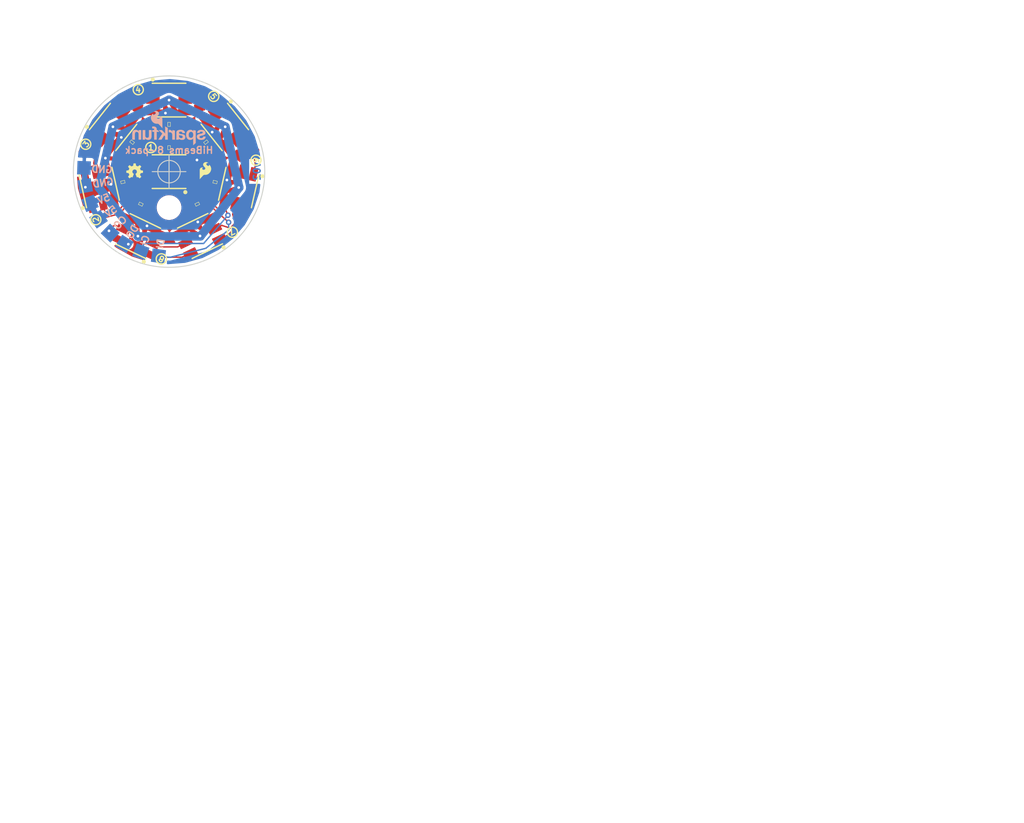
<source format=kicad_pcb>
(kicad_pcb (version 20170123) (host pcbnew no-vcs-found-5013ea2~58~ubuntu16.04.1)

  (general
    (links 52)
    (no_connects 0)
    (area 121.641205 72.114999 273.4474 194.4604)
    (thickness 1.6)
    (drawings 40)
    (tracks 241)
    (zones 0)
    (modules 38)
    (nets 21)
  )

  (page A4)
  (layers
    (0 F.Cu signal)
    (31 B.Cu signal hide)
    (32 B.Adhes user)
    (33 F.Adhes user hide)
    (34 B.Paste user)
    (35 F.Paste user)
    (36 B.SilkS user hide)
    (37 F.SilkS user)
    (38 B.Mask user)
    (39 F.Mask user)
    (40 Dwgs.User user)
    (41 Cmts.User user)
    (42 Eco1.User user)
    (43 Eco2.User user)
    (44 Edge.Cuts user)
    (45 Margin user)
    (46 B.CrtYd user hide)
    (47 F.CrtYd user hide)
    (48 B.Fab user)
    (49 F.Fab user)
  )

  (setup
    (last_trace_width 0.25)
    (user_trace_width 0.2032)
    (user_trace_width 0.254)
    (user_trace_width 0.3048)
    (user_trace_width 0.4064)
    (user_trace_width 0.6096)
    (user_trace_width 0.8128)
    (user_trace_width 1.016)
    (user_trace_width 1.27)
    (trace_clearance 0.2)
    (zone_clearance 0.381)
    (zone_45_only no)
    (trace_min 0.2)
    (segment_width 0.2)
    (edge_width 0.15)
    (via_size 0.8)
    (via_drill 0.4)
    (via_min_size 0.4)
    (via_min_drill 0.3)
    (uvia_size 0.3)
    (uvia_drill 0.1)
    (uvias_allowed no)
    (uvia_min_size 0.2)
    (uvia_min_drill 0.1)
    (pcb_text_width 0.3)
    (pcb_text_size 1.5 1.5)
    (mod_edge_width 0.15)
    (mod_text_size 1 1)
    (mod_text_width 0.15)
    (pad_size 1.524 1.524)
    (pad_drill 0.762)
    (pad_to_mask_clearance 0.2)
    (aux_axis_origin 0 0)
    (visible_elements FFF8FF7F)
    (pcbplotparams
      (layerselection 0x000fc_ffffffff)
      (usegerberextensions false)
      (excludeedgelayer true)
      (linewidth 0.100000)
      (plotframeref false)
      (viasonmask false)
      (mode 1)
      (useauxorigin false)
      (hpglpennumber 1)
      (hpglpenspeed 20)
      (hpglpendiameter 15)
      (psnegative false)
      (psa4output false)
      (plotreference false)
      (plotvalue false)
      (plotinvisibletext false)
      (padsonsilk false)
      (subtractmaskfromsilk false)
      (outputformat 1)
      (mirror false)
      (drillshape 0)
      (scaleselection 1)
      (outputdirectory ""))
  )

  (net 0 "")
  (net 1 +5V)
  (net 2 GND)
  (net 3 "Net-(J1-Pad1)")
  (net 4 "Net-(J2-Pad1)")
  (net 5 "Net-(J5-Pad1)")
  (net 6 "Net-(J6-Pad1)")
  (net 7 "Net-(LED1-Pad6)")
  (net 8 "Net-(LED1-Pad5)")
  (net 9 "Net-(LED2-Pad5)")
  (net 10 "Net-(LED2-Pad6)")
  (net 11 "Net-(LED3-Pad6)")
  (net 12 "Net-(LED3-Pad5)")
  (net 13 "Net-(LED4-Pad5)")
  (net 14 "Net-(LED4-Pad6)")
  (net 15 "Net-(LED5-Pad6)")
  (net 16 "Net-(LED5-Pad5)")
  (net 17 "Net-(LED6-Pad5)")
  (net 18 "Net-(LED6-Pad6)")
  (net 19 "Net-(LED7-Pad6)")
  (net 20 "Net-(LED7-Pad5)")

  (net_class Default "This is the default net class."
    (clearance 0.2)
    (trace_width 0.25)
    (via_dia 0.8)
    (via_drill 0.4)
    (uvia_dia 0.3)
    (uvia_drill 0.1)
    (add_net +5V)
    (add_net GND)
    (add_net "Net-(J1-Pad1)")
    (add_net "Net-(J2-Pad1)")
    (add_net "Net-(J5-Pad1)")
    (add_net "Net-(J6-Pad1)")
    (add_net "Net-(LED1-Pad5)")
    (add_net "Net-(LED1-Pad6)")
    (add_net "Net-(LED2-Pad5)")
    (add_net "Net-(LED2-Pad6)")
    (add_net "Net-(LED3-Pad5)")
    (add_net "Net-(LED3-Pad6)")
    (add_net "Net-(LED4-Pad5)")
    (add_net "Net-(LED4-Pad6)")
    (add_net "Net-(LED5-Pad5)")
    (add_net "Net-(LED5-Pad6)")
    (add_net "Net-(LED6-Pad5)")
    (add_net "Net-(LED6-Pad6)")
    (add_net "Net-(LED7-Pad5)")
    (add_net "Net-(LED7-Pad6)")
  )

  (module Pete:APA102_3 (layer F.Cu) (tedit 591CA5E4) (tstamp 59167D4D)
    (at 142.0876 107.3658 334.3)
    (path /59134437)
    (fp_text reference U8 (at 0 3.556 334.3) (layer F.SilkS) hide
      (effects (font (size 0.889 0.889) (thickness 0.22225)))
    )
    (fp_text value APA102 (at 0 0 64.3) (layer F.SilkS) hide
      (effects (font (size 0.889 0.6) (thickness 0.15)))
    )
    (fp_line (start -2.5 -2.5) (end 2.5 -2.5) (layer F.SilkS) (width 0.2032))
    (fp_line (start -2.5 2.5) (end 2.5 2.5) (layer F.SilkS) (width 0.2032))
    (fp_circle (center 2.413 3.048) (end 2.54 3.2385) (layer F.SilkS) (width 0.15))
    (fp_circle (center 2.413 3.048) (end 2.4765 3.1115) (layer F.SilkS) (width 0.15))
    (pad 6 smd rect (at -2.4 1.700001 154.3) (size 2 1.1) (layers F.Cu F.Paste F.Mask)
      (net 6 "Net-(J6-Pad1)") (solder_mask_margin 0.1016))
    (pad 5 smd rect (at -2.399998 0 154.3) (size 2 1.1) (layers F.Cu F.Paste F.Mask)
      (net 5 "Net-(J5-Pad1)") (solder_mask_margin 0.1016))
    (pad 4 smd rect (at -2.4 -1.7 154.3) (size 2 1.1) (layers F.Cu F.Paste F.Mask)
      (net 1 +5V) (solder_mask_margin 0.1016))
    (pad 3 smd rect (at 2.4 -1.700001 334.3) (size 2 1.1) (layers F.Cu F.Paste F.Mask)
      (net 2 GND) (solder_mask_margin 0.1016))
    (pad 2 smd rect (at 2.399998 0 334.3) (size 2 1.1) (layers F.Cu F.Paste F.Mask)
      (net 20 "Net-(LED7-Pad5)") (solder_mask_margin 0.1016))
    (pad 1 smd rect (at 2.4 1.7 334.3) (size 2 1.1) (layers F.Cu F.Paste F.Mask)
      (net 19 "Net-(LED7-Pad6)") (solder_mask_margin 0.1016))
  )

  (module Pete:APA102_3 (layer F.Cu) (tedit 591CA5E4) (tstamp 59167D3E)
    (at 151.2824 107.3404 25.7)
    (path /591343A0)
    (fp_text reference U7 (at 0 3.556 25.7) (layer F.SilkS) hide
      (effects (font (size 0.889 0.889) (thickness 0.22225)))
    )
    (fp_text value APA102 (at 0 0 115.7) (layer F.SilkS) hide
      (effects (font (size 0.889 0.6) (thickness 0.15)))
    )
    (fp_line (start -2.5 -2.5) (end 2.5 -2.5) (layer F.SilkS) (width 0.2032))
    (fp_line (start -2.5 2.5) (end 2.5 2.5) (layer F.SilkS) (width 0.2032))
    (fp_circle (center 2.413 3.048) (end 2.54 3.2385) (layer F.SilkS) (width 0.15))
    (fp_circle (center 2.413 3.048) (end 2.4765 3.1115) (layer F.SilkS) (width 0.15))
    (pad 6 smd rect (at -2.4 1.700001 205.7) (size 2 1.1) (layers F.Cu F.Paste F.Mask)
      (net 19 "Net-(LED7-Pad6)") (solder_mask_margin 0.1016))
    (pad 5 smd rect (at -2.399998 0 205.7) (size 2 1.1) (layers F.Cu F.Paste F.Mask)
      (net 20 "Net-(LED7-Pad5)") (solder_mask_margin 0.1016))
    (pad 4 smd rect (at -2.4 -1.7 205.7) (size 2 1.1) (layers F.Cu F.Paste F.Mask)
      (net 1 +5V) (solder_mask_margin 0.1016))
    (pad 3 smd rect (at 2.4 -1.700001 25.7) (size 2 1.1) (layers F.Cu F.Paste F.Mask)
      (net 2 GND) (solder_mask_margin 0.1016))
    (pad 2 smd rect (at 2.399998 0 25.7) (size 2 1.1) (layers F.Cu F.Paste F.Mask)
      (net 17 "Net-(LED6-Pad5)") (solder_mask_margin 0.1016))
    (pad 1 smd rect (at 2.4 1.7 25.7) (size 2 1.1) (layers F.Cu F.Paste F.Mask)
      (net 18 "Net-(LED6-Pad6)") (solder_mask_margin 0.1016))
  )

  (module Pete:APA102_3 (layer F.Cu) (tedit 591CA5E4) (tstamp 59167D20)
    (at 154.9654 91.1606 128.5)
    (path /591342DD)
    (fp_text reference U5 (at 0 3.556 128.5) (layer F.SilkS) hide
      (effects (font (size 0.889 0.889) (thickness 0.22225)))
    )
    (fp_text value APA102 (at 0 0 218.5) (layer F.SilkS) hide
      (effects (font (size 0.889 0.6) (thickness 0.15)))
    )
    (fp_line (start -2.5 -2.5) (end 2.5 -2.5) (layer F.SilkS) (width 0.2032))
    (fp_line (start -2.5 2.5) (end 2.5 2.5) (layer F.SilkS) (width 0.2032))
    (fp_circle (center 2.413 3.048) (end 2.54 3.2385) (layer F.SilkS) (width 0.15))
    (fp_circle (center 2.413 3.048) (end 2.4765 3.1115) (layer F.SilkS) (width 0.15))
    (pad 6 smd rect (at -2.4 1.700001 308.5) (size 2 1.1) (layers F.Cu F.Paste F.Mask)
      (net 15 "Net-(LED5-Pad6)") (solder_mask_margin 0.1016))
    (pad 5 smd rect (at -2.399998 0 308.5) (size 2 1.1) (layers F.Cu F.Paste F.Mask)
      (net 16 "Net-(LED5-Pad5)") (solder_mask_margin 0.1016))
    (pad 4 smd rect (at -2.399999 -1.7 308.5) (size 2 1.1) (layers F.Cu F.Paste F.Mask)
      (net 1 +5V) (solder_mask_margin 0.1016))
    (pad 3 smd rect (at 2.4 -1.700001 128.5) (size 2 1.1) (layers F.Cu F.Paste F.Mask)
      (net 2 GND) (solder_mask_margin 0.1016))
    (pad 2 smd rect (at 2.399998 0 128.5) (size 2 1.1) (layers F.Cu F.Paste F.Mask)
      (net 13 "Net-(LED4-Pad5)") (solder_mask_margin 0.1016))
    (pad 1 smd rect (at 2.399999 1.7 128.5) (size 2 1.1) (layers F.Cu F.Paste F.Mask)
      (net 14 "Net-(LED4-Pad6)") (solder_mask_margin 0.1016))
  )

  (module Pete:APA102_3 (layer F.Cu) (tedit 591CA5E4) (tstamp 59167D11)
    (at 146.685 87.1728 180)
    (path /5913428F)
    (fp_text reference U4 (at 0 3.556 180) (layer F.SilkS) hide
      (effects (font (size 0.889 0.889) (thickness 0.22225)))
    )
    (fp_text value APA102 (at 0 0 270) (layer F.SilkS) hide
      (effects (font (size 0.889 0.6) (thickness 0.15)))
    )
    (fp_line (start -2.5 -2.5) (end 2.5 -2.5) (layer F.SilkS) (width 0.2032))
    (fp_line (start -2.5 2.5) (end 2.5 2.5) (layer F.SilkS) (width 0.2032))
    (fp_circle (center 2.413 3.048) (end 2.54 3.2385) (layer F.SilkS) (width 0.15))
    (fp_circle (center 2.413 3.048) (end 2.4765 3.1115) (layer F.SilkS) (width 0.15))
    (pad 6 smd rect (at -2.4 1.700001) (size 2 1.1) (layers F.Cu F.Paste F.Mask)
      (net 14 "Net-(LED4-Pad6)") (solder_mask_margin 0.1016))
    (pad 5 smd rect (at -2.399998 0) (size 2 1.1) (layers F.Cu F.Paste F.Mask)
      (net 13 "Net-(LED4-Pad5)") (solder_mask_margin 0.1016))
    (pad 4 smd rect (at -2.4 -1.7) (size 2 1.1) (layers F.Cu F.Paste F.Mask)
      (net 1 +5V) (solder_mask_margin 0.1016))
    (pad 3 smd rect (at 2.4 -1.700001 180) (size 2 1.1) (layers F.Cu F.Paste F.Mask)
      (net 2 GND) (solder_mask_margin 0.1016))
    (pad 2 smd rect (at 2.399998 0 180) (size 2 1.1) (layers F.Cu F.Paste F.Mask)
      (net 12 "Net-(LED3-Pad5)") (solder_mask_margin 0.1016))
    (pad 1 smd rect (at 2.4 1.7 180) (size 2 1.1) (layers F.Cu F.Paste F.Mask)
      (net 11 "Net-(LED3-Pad6)") (solder_mask_margin 0.1016))
  )

  (module Pete:APA102_3 (layer F.Cu) (tedit 591CA5E4) (tstamp 59167D02)
    (at 138.3792 91.1606 231.5)
    (path /591341EC)
    (fp_text reference U3 (at 0 3.556 231.5) (layer F.SilkS) hide
      (effects (font (size 0.889 0.889) (thickness 0.22225)))
    )
    (fp_text value APA102 (at 0 0 321.5) (layer F.SilkS) hide
      (effects (font (size 0.889 0.6) (thickness 0.15)))
    )
    (fp_line (start -2.5 -2.5) (end 2.5 -2.5) (layer F.SilkS) (width 0.2032))
    (fp_line (start -2.5 2.5) (end 2.5 2.5) (layer F.SilkS) (width 0.2032))
    (fp_circle (center 2.413 3.048) (end 2.54 3.2385) (layer F.SilkS) (width 0.15))
    (fp_circle (center 2.413 3.048) (end 2.4765 3.1115) (layer F.SilkS) (width 0.15))
    (pad 6 smd rect (at -2.4 1.700001 51.5) (size 2 1.1) (layers F.Cu F.Paste F.Mask)
      (net 11 "Net-(LED3-Pad6)") (solder_mask_margin 0.1016))
    (pad 5 smd rect (at -2.399998 0 51.5) (size 2 1.1) (layers F.Cu F.Paste F.Mask)
      (net 12 "Net-(LED3-Pad5)") (solder_mask_margin 0.1016))
    (pad 4 smd rect (at -2.4 -1.7 51.5) (size 2 1.1) (layers F.Cu F.Paste F.Mask)
      (net 1 +5V) (solder_mask_margin 0.1016))
    (pad 3 smd rect (at 2.4 -1.700001 231.5) (size 2 1.1) (layers F.Cu F.Paste F.Mask)
      (net 2 GND) (solder_mask_margin 0.1016))
    (pad 2 smd rect (at 2.399998 0 231.5) (size 2 1.1) (layers F.Cu F.Paste F.Mask)
      (net 9 "Net-(LED2-Pad5)") (solder_mask_margin 0.1016))
    (pad 1 smd rect (at 2.4 1.7 231.5) (size 2 1.1) (layers F.Cu F.Paste F.Mask)
      (net 10 "Net-(LED2-Pad6)") (solder_mask_margin 0.1016))
  )

  (module Pete:APA102_3 (layer F.Cu) (tedit 591CA5E4) (tstamp 59167CF3)
    (at 136.3218 100.1522 282.8)
    (path /59134180)
    (fp_text reference U2 (at 0 3.556 282.8) (layer F.SilkS) hide
      (effects (font (size 0.889 0.889) (thickness 0.22225)))
    )
    (fp_text value APA102 (at 0 0 12.8) (layer F.SilkS) hide
      (effects (font (size 0.889 0.6) (thickness 0.15)))
    )
    (fp_line (start -2.5 -2.5) (end 2.5 -2.5) (layer F.SilkS) (width 0.2032))
    (fp_line (start -2.5 2.5) (end 2.5 2.5) (layer F.SilkS) (width 0.2032))
    (fp_circle (center 2.413 3.048) (end 2.54 3.2385) (layer F.SilkS) (width 0.15))
    (fp_circle (center 2.413 3.048) (end 2.4765 3.1115) (layer F.SilkS) (width 0.15))
    (pad 6 smd rect (at -2.4 1.700001 102.8) (size 2 1.1) (layers F.Cu F.Paste F.Mask)
      (net 10 "Net-(LED2-Pad6)") (solder_mask_margin 0.1016))
    (pad 5 smd rect (at -2.399998 0 102.8) (size 2 1.1) (layers F.Cu F.Paste F.Mask)
      (net 9 "Net-(LED2-Pad5)") (solder_mask_margin 0.1016))
    (pad 4 smd rect (at -2.4 -1.700001 102.8) (size 2 1.1) (layers F.Cu F.Paste F.Mask)
      (net 1 +5V) (solder_mask_margin 0.1016))
    (pad 3 smd rect (at 2.4 -1.700001 282.8) (size 2 1.1) (layers F.Cu F.Paste F.Mask)
      (net 2 GND) (solder_mask_margin 0.1016))
    (pad 2 smd rect (at 2.399998 0 282.8) (size 2 1.1) (layers F.Cu F.Paste F.Mask)
      (net 8 "Net-(LED1-Pad5)") (solder_mask_margin 0.1016))
    (pad 1 smd rect (at 2.4 1.700001 282.8) (size 2 1.1) (layers F.Cu F.Paste F.Mask)
      (net 7 "Net-(LED1-Pad6)") (solder_mask_margin 0.1016))
  )

  (module Pete:APA102_3 (layer F.Cu) (tedit 591CA5E4) (tstamp 59167CE4)
    (at 146.685 97.79)
    (path /59134083)
    (fp_text reference U1 (at 0 3.556) (layer F.SilkS) hide
      (effects (font (size 0.889 0.889) (thickness 0.22225)))
    )
    (fp_text value APA102 (at 0 0 90) (layer F.SilkS) hide
      (effects (font (size 0.889 0.6) (thickness 0.15)))
    )
    (fp_line (start -2.5 -2.5) (end 2.5 -2.5) (layer F.SilkS) (width 0.2032))
    (fp_line (start -2.5 2.5) (end 2.5 2.5) (layer F.SilkS) (width 0.2032))
    (fp_circle (center 2.413 3.048) (end 2.54 3.2385) (layer F.SilkS) (width 0.15))
    (fp_circle (center 2.413 3.048) (end 2.4765 3.1115) (layer F.SilkS) (width 0.15))
    (pad 6 smd rect (at -2.4 1.700001 180) (size 2 1.1) (layers F.Cu F.Paste F.Mask)
      (net 7 "Net-(LED1-Pad6)") (solder_mask_margin 0.1016))
    (pad 5 smd rect (at -2.399998 0 180) (size 2 1.1) (layers F.Cu F.Paste F.Mask)
      (net 8 "Net-(LED1-Pad5)") (solder_mask_margin 0.1016))
    (pad 4 smd rect (at -2.4 -1.7 180) (size 2 1.1) (layers F.Cu F.Paste F.Mask)
      (net 1 +5V) (solder_mask_margin 0.1016))
    (pad 3 smd rect (at 2.4 -1.700001) (size 2 1.1) (layers F.Cu F.Paste F.Mask)
      (net 2 GND) (solder_mask_margin 0.1016))
    (pad 2 smd rect (at 2.399998 0) (size 2 1.1) (layers F.Cu F.Paste F.Mask)
      (net 3 "Net-(J1-Pad1)") (solder_mask_margin 0.1016))
    (pad 1 smd rect (at 2.4 1.7) (size 2 1.1) (layers F.Cu F.Paste F.Mask)
      (net 4 "Net-(J2-Pad1)") (solder_mask_margin 0.1016))
  )

  (module Pete:APA102_3 (layer F.Cu) (tedit 591CA5E4) (tstamp 59167D2F)
    (at 157.0228 100.1522 77.2)
    (path /5913431A)
    (fp_text reference U6 (at 0 3.556 77.2) (layer F.SilkS) hide
      (effects (font (size 0.889 0.889) (thickness 0.22225)))
    )
    (fp_text value APA102 (at 0 0 167.2) (layer F.SilkS) hide
      (effects (font (size 0.889 0.6) (thickness 0.15)))
    )
    (fp_line (start -2.5 -2.5) (end 2.5 -2.5) (layer F.SilkS) (width 0.2032))
    (fp_line (start -2.5 2.5) (end 2.5 2.5) (layer F.SilkS) (width 0.2032))
    (fp_circle (center 2.413 3.048) (end 2.54 3.2385) (layer F.SilkS) (width 0.15))
    (fp_circle (center 2.413 3.048) (end 2.4765 3.1115) (layer F.SilkS) (width 0.15))
    (pad 6 smd rect (at -2.4 1.700001 257.2) (size 2 1.1) (layers F.Cu F.Paste F.Mask)
      (net 18 "Net-(LED6-Pad6)") (solder_mask_margin 0.1016))
    (pad 5 smd rect (at -2.399998 0 257.2) (size 2 1.1) (layers F.Cu F.Paste F.Mask)
      (net 17 "Net-(LED6-Pad5)") (solder_mask_margin 0.1016))
    (pad 4 smd rect (at -2.4 -1.7 257.2) (size 2 1.1) (layers F.Cu F.Paste F.Mask)
      (net 1 +5V) (solder_mask_margin 0.1016))
    (pad 3 smd rect (at 2.4 -1.700001 77.2) (size 2 1.1) (layers F.Cu F.Paste F.Mask)
      (net 2 GND) (solder_mask_margin 0.1016))
    (pad 2 smd rect (at 2.399998 0 77.2) (size 2 1.1) (layers F.Cu F.Paste F.Mask)
      (net 16 "Net-(LED5-Pad5)") (solder_mask_margin 0.1016))
    (pad 1 smd rect (at 2.4 1.7 77.2) (size 2 1.1) (layers F.Cu F.Paste F.Mask)
      (net 15 "Net-(LED5-Pad6)") (solder_mask_margin 0.1016))
  )

  (module Pete:0603_revised (layer F.Cu) (tedit 5914AE47) (tstamp 59167C0F)
    (at 146.685 94.234)
    (path /591344EB)
    (attr smd)
    (fp_text reference C1 (at 0.127 -0.9652) (layer F.SilkS) hide
      (effects (font (size 0.4064 0.4064) (thickness 0.0254)))
    )
    (fp_text value C (at 0.2032 0.9398) (layer F.SilkS) hide
      (effects (font (size 0.4064 0.4064) (thickness 0.0254)))
    )
    (fp_line (start -0.3556 0.41656) (end 0.3556 0.41656) (layer Dwgs.User) (width 0.1016))
    (fp_line (start -0.3556 -0.4318) (end 0.3556 -0.4318) (layer Dwgs.User) (width 0.1016))
    (fp_line (start -1.47066 0.98298) (end -1.47066 -0.98298) (layer Dwgs.User) (width 0.0508))
    (fp_line (start 1.47066 0.98298) (end -1.47066 0.98298) (layer Dwgs.User) (width 0.0508))
    (fp_line (start 1.47066 -0.98298) (end 1.47066 0.98298) (layer Dwgs.User) (width 0.0508))
    (fp_line (start -1.47066 -0.98298) (end 1.47066 -0.98298) (layer Dwgs.User) (width 0.0508))
    (fp_line (start -0.19812 0.29972) (end -0.19812 -0.29972) (layer F.SilkS) (width 0.06604))
    (fp_line (start -0.19812 -0.29972) (end 0.19812 -0.29972) (layer F.SilkS) (width 0.06604))
    (fp_line (start 0.19812 0.29972) (end 0.19812 -0.29972) (layer F.SilkS) (width 0.06604))
    (fp_line (start -0.19812 0.29972) (end 0.19812 0.29972) (layer F.SilkS) (width 0.06604))
    (fp_line (start 0.3302 0.4699) (end 0.3302 -0.48006) (layer Dwgs.User) (width 0.06604))
    (fp_line (start 0.3302 -0.48006) (end 0.82804 -0.48006) (layer Dwgs.User) (width 0.06604))
    (fp_line (start 0.82804 0.4699) (end 0.82804 -0.48006) (layer Dwgs.User) (width 0.06604))
    (fp_line (start 0.3302 0.4699) (end 0.82804 0.4699) (layer Dwgs.User) (width 0.06604))
    (fp_line (start -0.8382 0.4699) (end -0.8382 -0.48006) (layer Dwgs.User) (width 0.06604))
    (fp_line (start -0.8382 -0.48006) (end -0.33782 -0.48006) (layer Dwgs.User) (width 0.06604))
    (fp_line (start -0.33782 0.4699) (end -0.33782 -0.48006) (layer Dwgs.User) (width 0.06604))
    (fp_line (start -0.8382 0.4699) (end -0.33782 0.4699) (layer Dwgs.User) (width 0.06604))
    (pad 2 smd rect (at 0.84836 0) (size 1.09982 0.99822) (layers F.Cu F.Paste F.Mask)
      (net 2 GND))
    (pad 1 smd rect (at -0.84836 0) (size 1.09982 0.99822) (layers F.Cu F.Paste F.Mask)
      (net 1 +5V))
  )

  (module Pete:0603_revised (layer F.Cu) (tedit 5914AE47) (tstamp 59167C27)
    (at 139.827 99.3394 282.8)
    (path /59134598)
    (attr smd)
    (fp_text reference C2 (at 0.127 -0.9652 282.8) (layer F.SilkS) hide
      (effects (font (size 0.4064 0.4064) (thickness 0.0254)))
    )
    (fp_text value C (at 0.2032 0.9398 282.8) (layer F.SilkS) hide
      (effects (font (size 0.4064 0.4064) (thickness 0.0254)))
    )
    (fp_line (start -0.3556 0.41656) (end 0.3556 0.41656) (layer Dwgs.User) (width 0.1016))
    (fp_line (start -0.3556 -0.4318) (end 0.3556 -0.4318) (layer Dwgs.User) (width 0.1016))
    (fp_line (start -1.47066 0.98298) (end -1.47066 -0.98298) (layer Dwgs.User) (width 0.0508))
    (fp_line (start 1.47066 0.98298) (end -1.47066 0.98298) (layer Dwgs.User) (width 0.0508))
    (fp_line (start 1.47066 -0.98298) (end 1.47066 0.98298) (layer Dwgs.User) (width 0.0508))
    (fp_line (start -1.47066 -0.98298) (end 1.47066 -0.98298) (layer Dwgs.User) (width 0.0508))
    (fp_line (start -0.19812 0.29972) (end -0.19812 -0.29972) (layer F.SilkS) (width 0.06604))
    (fp_line (start -0.19812 -0.29972) (end 0.19812 -0.29972) (layer F.SilkS) (width 0.06604))
    (fp_line (start 0.19812 0.29972) (end 0.19812 -0.29972) (layer F.SilkS) (width 0.06604))
    (fp_line (start -0.19812 0.29972) (end 0.19812 0.29972) (layer F.SilkS) (width 0.06604))
    (fp_line (start 0.3302 0.4699) (end 0.3302 -0.48006) (layer Dwgs.User) (width 0.06604))
    (fp_line (start 0.3302 -0.48006) (end 0.82804 -0.48006) (layer Dwgs.User) (width 0.06604))
    (fp_line (start 0.82804 0.4699) (end 0.82804 -0.48006) (layer Dwgs.User) (width 0.06604))
    (fp_line (start 0.3302 0.4699) (end 0.82804 0.4699) (layer Dwgs.User) (width 0.06604))
    (fp_line (start -0.8382 0.4699) (end -0.8382 -0.48006) (layer Dwgs.User) (width 0.06604))
    (fp_line (start -0.8382 -0.48006) (end -0.33782 -0.48006) (layer Dwgs.User) (width 0.06604))
    (fp_line (start -0.33782 0.4699) (end -0.33782 -0.48006) (layer Dwgs.User) (width 0.06604))
    (fp_line (start -0.8382 0.4699) (end -0.33782 0.4699) (layer Dwgs.User) (width 0.06604))
    (pad 2 smd rect (at 0.84836 0 282.8) (size 1.09982 0.99822) (layers F.Cu F.Paste F.Mask)
      (net 2 GND))
    (pad 1 smd rect (at -0.84836 0 282.8) (size 1.09982 0.99822) (layers F.Cu F.Paste F.Mask)
      (net 1 +5V))
  )

  (module Pete:0603_revised (layer F.Cu) (tedit 5914AE47) (tstamp 59167C3F)
    (at 141.1986 93.4212 231.5)
    (path /59134604)
    (attr smd)
    (fp_text reference C3 (at 0.127 -0.9652 231.5) (layer F.SilkS) hide
      (effects (font (size 0.4064 0.4064) (thickness 0.0254)))
    )
    (fp_text value C (at 0.2032 0.9398 231.5) (layer F.SilkS) hide
      (effects (font (size 0.4064 0.4064) (thickness 0.0254)))
    )
    (fp_line (start -0.3556 0.41656) (end 0.3556 0.41656) (layer Dwgs.User) (width 0.1016))
    (fp_line (start -0.3556 -0.4318) (end 0.3556 -0.4318) (layer Dwgs.User) (width 0.1016))
    (fp_line (start -1.47066 0.98298) (end -1.47066 -0.98298) (layer Dwgs.User) (width 0.0508))
    (fp_line (start 1.47066 0.98298) (end -1.47066 0.98298) (layer Dwgs.User) (width 0.0508))
    (fp_line (start 1.47066 -0.98298) (end 1.47066 0.98298) (layer Dwgs.User) (width 0.0508))
    (fp_line (start -1.47066 -0.98298) (end 1.47066 -0.98298) (layer Dwgs.User) (width 0.0508))
    (fp_line (start -0.19812 0.29972) (end -0.19812 -0.29972) (layer F.SilkS) (width 0.06604))
    (fp_line (start -0.19812 -0.29972) (end 0.19812 -0.29972) (layer F.SilkS) (width 0.06604))
    (fp_line (start 0.19812 0.29972) (end 0.19812 -0.29972) (layer F.SilkS) (width 0.06604))
    (fp_line (start -0.19812 0.29972) (end 0.19812 0.29972) (layer F.SilkS) (width 0.06604))
    (fp_line (start 0.3302 0.4699) (end 0.3302 -0.48006) (layer Dwgs.User) (width 0.06604))
    (fp_line (start 0.3302 -0.48006) (end 0.82804 -0.48006) (layer Dwgs.User) (width 0.06604))
    (fp_line (start 0.82804 0.4699) (end 0.82804 -0.48006) (layer Dwgs.User) (width 0.06604))
    (fp_line (start 0.3302 0.4699) (end 0.82804 0.4699) (layer Dwgs.User) (width 0.06604))
    (fp_line (start -0.8382 0.4699) (end -0.8382 -0.48006) (layer Dwgs.User) (width 0.06604))
    (fp_line (start -0.8382 -0.48006) (end -0.33782 -0.48006) (layer Dwgs.User) (width 0.06604))
    (fp_line (start -0.33782 0.4699) (end -0.33782 -0.48006) (layer Dwgs.User) (width 0.06604))
    (fp_line (start -0.8382 0.4699) (end -0.33782 0.4699) (layer Dwgs.User) (width 0.06604))
    (pad 2 smd rect (at 0.84836 0.000001 231.5) (size 1.09982 0.99822) (layers F.Cu F.Paste F.Mask)
      (net 2 GND))
    (pad 1 smd rect (at -0.84836 -0.000001 231.5) (size 1.09982 0.99822) (layers F.Cu F.Paste F.Mask)
      (net 1 +5V))
  )

  (module Pete:0603_revised (layer F.Cu) (tedit 5914AE47) (tstamp 59167C57)
    (at 146.685 90.7796 180)
    (path /5913464D)
    (attr smd)
    (fp_text reference C4 (at 0.127 -0.9652 180) (layer F.SilkS) hide
      (effects (font (size 0.4064 0.4064) (thickness 0.0254)))
    )
    (fp_text value C (at 0.2032 0.9398 180) (layer F.SilkS) hide
      (effects (font (size 0.4064 0.4064) (thickness 0.0254)))
    )
    (fp_line (start -0.3556 0.41656) (end 0.3556 0.41656) (layer Dwgs.User) (width 0.1016))
    (fp_line (start -0.3556 -0.4318) (end 0.3556 -0.4318) (layer Dwgs.User) (width 0.1016))
    (fp_line (start -1.47066 0.98298) (end -1.47066 -0.98298) (layer Dwgs.User) (width 0.0508))
    (fp_line (start 1.47066 0.98298) (end -1.47066 0.98298) (layer Dwgs.User) (width 0.0508))
    (fp_line (start 1.47066 -0.98298) (end 1.47066 0.98298) (layer Dwgs.User) (width 0.0508))
    (fp_line (start -1.47066 -0.98298) (end 1.47066 -0.98298) (layer Dwgs.User) (width 0.0508))
    (fp_line (start -0.19812 0.29972) (end -0.19812 -0.29972) (layer F.SilkS) (width 0.06604))
    (fp_line (start -0.19812 -0.29972) (end 0.19812 -0.29972) (layer F.SilkS) (width 0.06604))
    (fp_line (start 0.19812 0.29972) (end 0.19812 -0.29972) (layer F.SilkS) (width 0.06604))
    (fp_line (start -0.19812 0.29972) (end 0.19812 0.29972) (layer F.SilkS) (width 0.06604))
    (fp_line (start 0.3302 0.4699) (end 0.3302 -0.48006) (layer Dwgs.User) (width 0.06604))
    (fp_line (start 0.3302 -0.48006) (end 0.82804 -0.48006) (layer Dwgs.User) (width 0.06604))
    (fp_line (start 0.82804 0.4699) (end 0.82804 -0.48006) (layer Dwgs.User) (width 0.06604))
    (fp_line (start 0.3302 0.4699) (end 0.82804 0.4699) (layer Dwgs.User) (width 0.06604))
    (fp_line (start -0.8382 0.4699) (end -0.8382 -0.48006) (layer Dwgs.User) (width 0.06604))
    (fp_line (start -0.8382 -0.48006) (end -0.33782 -0.48006) (layer Dwgs.User) (width 0.06604))
    (fp_line (start -0.33782 0.4699) (end -0.33782 -0.48006) (layer Dwgs.User) (width 0.06604))
    (fp_line (start -0.8382 0.4699) (end -0.33782 0.4699) (layer Dwgs.User) (width 0.06604))
    (pad 2 smd rect (at 0.84836 0 180) (size 1.09982 0.99822) (layers F.Cu F.Paste F.Mask)
      (net 2 GND))
    (pad 1 smd rect (at -0.84836 0 180) (size 1.09982 0.99822) (layers F.Cu F.Paste F.Mask)
      (net 1 +5V))
  )

  (module Pete:0603_revised (layer F.Cu) (tedit 5914AE47) (tstamp 59167C6F)
    (at 152.1714 93.4212 128.5)
    (path /591346B3)
    (attr smd)
    (fp_text reference C5 (at 0.127 -0.9652 128.5) (layer F.SilkS) hide
      (effects (font (size 0.4064 0.4064) (thickness 0.0254)))
    )
    (fp_text value C (at 0.2032 0.9398 128.5) (layer F.SilkS) hide
      (effects (font (size 0.4064 0.4064) (thickness 0.0254)))
    )
    (fp_line (start -0.3556 0.41656) (end 0.3556 0.41656) (layer Dwgs.User) (width 0.1016))
    (fp_line (start -0.3556 -0.4318) (end 0.3556 -0.4318) (layer Dwgs.User) (width 0.1016))
    (fp_line (start -1.47066 0.98298) (end -1.47066 -0.98298) (layer Dwgs.User) (width 0.0508))
    (fp_line (start 1.47066 0.98298) (end -1.47066 0.98298) (layer Dwgs.User) (width 0.0508))
    (fp_line (start 1.47066 -0.98298) (end 1.47066 0.98298) (layer Dwgs.User) (width 0.0508))
    (fp_line (start -1.47066 -0.98298) (end 1.47066 -0.98298) (layer Dwgs.User) (width 0.0508))
    (fp_line (start -0.19812 0.29972) (end -0.19812 -0.29972) (layer F.SilkS) (width 0.06604))
    (fp_line (start -0.19812 -0.29972) (end 0.19812 -0.29972) (layer F.SilkS) (width 0.06604))
    (fp_line (start 0.19812 0.29972) (end 0.19812 -0.29972) (layer F.SilkS) (width 0.06604))
    (fp_line (start -0.19812 0.29972) (end 0.19812 0.29972) (layer F.SilkS) (width 0.06604))
    (fp_line (start 0.3302 0.4699) (end 0.3302 -0.48006) (layer Dwgs.User) (width 0.06604))
    (fp_line (start 0.3302 -0.48006) (end 0.82804 -0.48006) (layer Dwgs.User) (width 0.06604))
    (fp_line (start 0.82804 0.4699) (end 0.82804 -0.48006) (layer Dwgs.User) (width 0.06604))
    (fp_line (start 0.3302 0.4699) (end 0.82804 0.4699) (layer Dwgs.User) (width 0.06604))
    (fp_line (start -0.8382 0.4699) (end -0.8382 -0.48006) (layer Dwgs.User) (width 0.06604))
    (fp_line (start -0.8382 -0.48006) (end -0.33782 -0.48006) (layer Dwgs.User) (width 0.06604))
    (fp_line (start -0.33782 0.4699) (end -0.33782 -0.48006) (layer Dwgs.User) (width 0.06604))
    (fp_line (start -0.8382 0.4699) (end -0.33782 0.4699) (layer Dwgs.User) (width 0.06604))
    (pad 2 smd rect (at 0.84836 -0.000001 128.5) (size 1.09982 0.99822) (layers F.Cu F.Paste F.Mask)
      (net 2 GND))
    (pad 1 smd rect (at -0.84836 0.000001 128.5) (size 1.09982 0.99822) (layers F.Cu F.Paste F.Mask)
      (net 1 +5V))
  )

  (module Pete:0603_revised (layer F.Cu) (tedit 5914AE47) (tstamp 59167C87)
    (at 153.5176 99.3394 77.2)
    (path /59134764)
    (attr smd)
    (fp_text reference C6 (at 0.127001 -0.9652 77.2) (layer F.SilkS) hide
      (effects (font (size 0.4064 0.4064) (thickness 0.0254)))
    )
    (fp_text value C (at 0.2032 0.9398 77.2) (layer F.SilkS) hide
      (effects (font (size 0.4064 0.4064) (thickness 0.0254)))
    )
    (fp_line (start -0.3556 0.41656) (end 0.3556 0.41656) (layer Dwgs.User) (width 0.1016))
    (fp_line (start -0.3556 -0.4318) (end 0.3556 -0.4318) (layer Dwgs.User) (width 0.1016))
    (fp_line (start -1.47066 0.98298) (end -1.47066 -0.98298) (layer Dwgs.User) (width 0.0508))
    (fp_line (start 1.47066 0.98298) (end -1.47066 0.98298) (layer Dwgs.User) (width 0.0508))
    (fp_line (start 1.47066 -0.98298) (end 1.47066 0.98298) (layer Dwgs.User) (width 0.0508))
    (fp_line (start -1.47066 -0.98298) (end 1.47066 -0.98298) (layer Dwgs.User) (width 0.0508))
    (fp_line (start -0.19812 0.29972) (end -0.19812 -0.29972) (layer F.SilkS) (width 0.06604))
    (fp_line (start -0.19812 -0.29972) (end 0.19812 -0.29972) (layer F.SilkS) (width 0.06604))
    (fp_line (start 0.19812 0.29972) (end 0.19812 -0.29972) (layer F.SilkS) (width 0.06604))
    (fp_line (start -0.19812 0.29972) (end 0.19812 0.29972) (layer F.SilkS) (width 0.06604))
    (fp_line (start 0.3302 0.4699) (end 0.3302 -0.48006) (layer Dwgs.User) (width 0.06604))
    (fp_line (start 0.3302 -0.48006) (end 0.82804 -0.48006) (layer Dwgs.User) (width 0.06604))
    (fp_line (start 0.82804 0.4699) (end 0.82804 -0.48006) (layer Dwgs.User) (width 0.06604))
    (fp_line (start 0.3302 0.4699) (end 0.82804 0.4699) (layer Dwgs.User) (width 0.06604))
    (fp_line (start -0.8382 0.4699) (end -0.8382 -0.48006) (layer Dwgs.User) (width 0.06604))
    (fp_line (start -0.8382 -0.48006) (end -0.33782 -0.48006) (layer Dwgs.User) (width 0.06604))
    (fp_line (start -0.33782 0.4699) (end -0.33782 -0.48006) (layer Dwgs.User) (width 0.06604))
    (fp_line (start -0.8382 0.4699) (end -0.33782 0.4699) (layer Dwgs.User) (width 0.06604))
    (pad 2 smd rect (at 0.84836 0 77.2) (size 1.09982 0.99822) (layers F.Cu F.Paste F.Mask)
      (net 2 GND))
    (pad 1 smd rect (at -0.84836 0 77.2) (size 1.09982 0.99822) (layers F.Cu F.Paste F.Mask)
      (net 1 +5V))
  )

  (module Pete:0603_revised (layer F.Cu) (tedit 5914AE47) (tstamp 59167C9F)
    (at 150.876 102.616 295.7)
    (path /591347F6)
    (attr smd)
    (fp_text reference C7 (at 0.127 -0.9652 295.7) (layer F.SilkS) hide
      (effects (font (size 0.4064 0.4064) (thickness 0.0254)))
    )
    (fp_text value C (at 0.2032 0.9398 295.7) (layer F.SilkS) hide
      (effects (font (size 0.4064 0.4064) (thickness 0.0254)))
    )
    (fp_line (start -0.3556 0.41656) (end 0.3556 0.41656) (layer Dwgs.User) (width 0.1016))
    (fp_line (start -0.3556 -0.4318) (end 0.3556 -0.4318) (layer Dwgs.User) (width 0.1016))
    (fp_line (start -1.47066 0.98298) (end -1.47066 -0.98298) (layer Dwgs.User) (width 0.0508))
    (fp_line (start 1.47066 0.98298) (end -1.47066 0.98298) (layer Dwgs.User) (width 0.0508))
    (fp_line (start 1.47066 -0.98298) (end 1.47066 0.98298) (layer Dwgs.User) (width 0.0508))
    (fp_line (start -1.47066 -0.98298) (end 1.47066 -0.98298) (layer Dwgs.User) (width 0.0508))
    (fp_line (start -0.19812 0.29972) (end -0.19812 -0.29972) (layer F.SilkS) (width 0.06604))
    (fp_line (start -0.19812 -0.29972) (end 0.19812 -0.29972) (layer F.SilkS) (width 0.06604))
    (fp_line (start 0.19812 0.29972) (end 0.19812 -0.29972) (layer F.SilkS) (width 0.06604))
    (fp_line (start -0.19812 0.29972) (end 0.19812 0.29972) (layer F.SilkS) (width 0.06604))
    (fp_line (start 0.3302 0.4699) (end 0.3302 -0.48006) (layer Dwgs.User) (width 0.06604))
    (fp_line (start 0.3302 -0.48006) (end 0.82804 -0.48006) (layer Dwgs.User) (width 0.06604))
    (fp_line (start 0.82804 0.4699) (end 0.82804 -0.48006) (layer Dwgs.User) (width 0.06604))
    (fp_line (start 0.3302 0.4699) (end 0.82804 0.4699) (layer Dwgs.User) (width 0.06604))
    (fp_line (start -0.8382 0.4699) (end -0.8382 -0.48006) (layer Dwgs.User) (width 0.06604))
    (fp_line (start -0.8382 -0.48006) (end -0.33782 -0.48006) (layer Dwgs.User) (width 0.06604))
    (fp_line (start -0.33782 0.4699) (end -0.33782 -0.48006) (layer Dwgs.User) (width 0.06604))
    (fp_line (start -0.8382 0.4699) (end -0.33782 0.4699) (layer Dwgs.User) (width 0.06604))
    (pad 2 smd rect (at 0.84836 0 295.7) (size 1.09982 0.99822) (layers F.Cu F.Paste F.Mask)
      (net 2 GND))
    (pad 1 smd rect (at -0.84836 0 295.7) (size 1.09982 0.99822) (layers F.Cu F.Paste F.Mask)
      (net 1 +5V))
  )

  (module Pete:0603_revised (layer F.Cu) (tedit 5914AE47) (tstamp 59167CB7)
    (at 142.494 102.616 64.3)
    (path /59134865)
    (attr smd)
    (fp_text reference C8 (at 0.127 -0.9652 64.3) (layer F.SilkS) hide
      (effects (font (size 0.4064 0.4064) (thickness 0.0254)))
    )
    (fp_text value C (at 0.2032 0.9398 64.3) (layer F.SilkS) hide
      (effects (font (size 0.4064 0.4064) (thickness 0.0254)))
    )
    (fp_line (start -0.3556 0.41656) (end 0.3556 0.41656) (layer Dwgs.User) (width 0.1016))
    (fp_line (start -0.3556 -0.4318) (end 0.3556 -0.4318) (layer Dwgs.User) (width 0.1016))
    (fp_line (start -1.47066 0.98298) (end -1.47066 -0.98298) (layer Dwgs.User) (width 0.0508))
    (fp_line (start 1.47066 0.98298) (end -1.47066 0.98298) (layer Dwgs.User) (width 0.0508))
    (fp_line (start 1.47066 -0.98298) (end 1.47066 0.98298) (layer Dwgs.User) (width 0.0508))
    (fp_line (start -1.47066 -0.98298) (end 1.47066 -0.98298) (layer Dwgs.User) (width 0.0508))
    (fp_line (start -0.19812 0.29972) (end -0.19812 -0.29972) (layer F.SilkS) (width 0.06604))
    (fp_line (start -0.19812 -0.29972) (end 0.19812 -0.29972) (layer F.SilkS) (width 0.06604))
    (fp_line (start 0.19812 0.29972) (end 0.19812 -0.29972) (layer F.SilkS) (width 0.06604))
    (fp_line (start -0.19812 0.29972) (end 0.19812 0.29972) (layer F.SilkS) (width 0.06604))
    (fp_line (start 0.3302 0.4699) (end 0.3302 -0.48006) (layer Dwgs.User) (width 0.06604))
    (fp_line (start 0.3302 -0.48006) (end 0.82804 -0.48006) (layer Dwgs.User) (width 0.06604))
    (fp_line (start 0.82804 0.4699) (end 0.82804 -0.48006) (layer Dwgs.User) (width 0.06604))
    (fp_line (start 0.3302 0.4699) (end 0.82804 0.4699) (layer Dwgs.User) (width 0.06604))
    (fp_line (start -0.8382 0.4699) (end -0.8382 -0.48006) (layer Dwgs.User) (width 0.06604))
    (fp_line (start -0.8382 -0.48006) (end -0.33782 -0.48006) (layer Dwgs.User) (width 0.06604))
    (fp_line (start -0.33782 0.4699) (end -0.33782 -0.48006) (layer Dwgs.User) (width 0.06604))
    (fp_line (start -0.8382 0.4699) (end -0.33782 0.4699) (layer Dwgs.User) (width 0.06604))
    (pad 2 smd rect (at 0.84836 0 64.3) (size 1.09982 0.99822) (layers F.Cu F.Paste F.Mask)
      (net 2 GND))
    (pad 1 smd rect (at -0.84836 0 64.3) (size 1.09982 0.99822) (layers F.Cu F.Paste F.Mask)
      (net 1 +5V))
  )

  (module Pete:line (layer F.Cu) (tedit 591372BA) (tstamp 59169151)
    (at 146.685 97.79 102.8)
    (fp_text reference REF** (at -4.572 -1.27 102.8) (layer F.SilkS) hide
      (effects (font (size 1 1) (thickness 0.15)))
    )
    (fp_text value line (at -5.207001 -2.667 102.8) (layer F.Fab) hide
      (effects (font (size 1 1) (thickness 0.15)))
    )
    (fp_line (start 0 0) (end 0 -25.4) (layer Dwgs.User) (width 0.15))
  )

  (module Pete:line (layer B.Cu) (tedit 591372BA) (tstamp 59168AF7)
    (at 146.685 97.79 25.7)
    (fp_text reference REF** (at -4.572 1.27 25.7) (layer B.SilkS) hide
      (effects (font (size 1 1) (thickness 0.15)) (justify mirror))
    )
    (fp_text value line (at -5.207 2.667 25.7) (layer B.Fab) hide
      (effects (font (size 1 1) (thickness 0.15)) (justify mirror))
    )
    (fp_line (start 0 0) (end 0 25.4) (layer Dwgs.User) (width 0.15))
  )

  (module Pete:line (layer B.Cu) (tedit 591372BA) (tstamp 59168AC0)
    (at 146.685 97.79 77.2)
    (fp_text reference REF** (at -4.572 1.27 77.2) (layer B.SilkS) hide
      (effects (font (size 1 1) (thickness 0.15)) (justify mirror))
    )
    (fp_text value line (at -5.207001 2.667 77.2) (layer B.Fab) hide
      (effects (font (size 1 1) (thickness 0.15)) (justify mirror))
    )
    (fp_line (start 0 0) (end 0 25.4) (layer Dwgs.User) (width 0.15))
  )

  (module Pete:solder_pad_2 (layer B.Cu) (tedit 58FA5B17) (tstamp 59167CBC)
    (at 142.494 109.7026 340)
    (path /59136101)
    (fp_text reference J1 (at 0 -0.5 340) (layer B.SilkS) hide
      (effects (font (size 1 1) (thickness 0.15)) (justify mirror))
    )
    (fp_text value M01PTH (at 0 0.5 340) (layer B.Fab)
      (effects (font (size 1 1) (thickness 0.15)) (justify mirror))
    )
    (pad 1 smd rect (at 0 0 340) (size 2 2) (layers B.Cu B.Paste B.Mask)
      (net 3 "Net-(J1-Pad1)"))
  )

  (module Pete:solder_pad_2 (layer B.Cu) (tedit 58FA5B17) (tstamp 59167CC1)
    (at 145.1102 110.3122 352)
    (path /5913616A)
    (fp_text reference J2 (at 0 -0.5 352) (layer B.SilkS) hide
      (effects (font (size 1 1) (thickness 0.15)) (justify mirror))
    )
    (fp_text value M01PTH (at 0 0.5 352) (layer B.Fab)
      (effects (font (size 1 1) (thickness 0.15)) (justify mirror))
    )
    (pad 1 smd rect (at 0 0 352) (size 2 2) (layers B.Cu B.Paste B.Mask)
      (net 4 "Net-(J2-Pad1)"))
  )

  (module Pete:solder_pad_2 (layer B.Cu) (tedit 58FA5B17) (tstamp 59167CC6)
    (at 136.2202 104.8512 304)
    (path /59135F76)
    (fp_text reference J3 (at 0 -0.5 304) (layer B.SilkS) hide
      (effects (font (size 1 1) (thickness 0.15)) (justify mirror))
    )
    (fp_text value M01PTH (at 0 0.5 304) (layer B.Fab)
      (effects (font (size 1 1) (thickness 0.15)) (justify mirror))
    )
    (pad 1 smd rect (at 0 0 304) (size 2 2) (layers B.Cu B.Paste B.Mask)
      (net 1 +5V))
  )

  (module Pete:solder_pad_2 (layer B.Cu) (tedit 58FA5B17) (tstamp 59167CCB)
    (at 134.239 99.8982 280)
    (path /5913608D)
    (fp_text reference J4 (at 0 -0.5 280) (layer B.SilkS) hide
      (effects (font (size 1 1) (thickness 0.15)) (justify mirror))
    )
    (fp_text value M01PTH (at 0 0.5 280) (layer B.Fab)
      (effects (font (size 1 1) (thickness 0.15)) (justify mirror))
    )
    (pad 1 smd rect (at 0 0 280) (size 2 2) (layers B.Cu B.Paste B.Mask)
      (net 2 GND))
  )

  (module Pete:solder_pad_2 (layer B.Cu) (tedit 58FA5B17) (tstamp 59167CD0)
    (at 137.9474 106.9086 316)
    (path /591361D8)
    (fp_text reference J5 (at 0 -0.5 316) (layer B.SilkS) hide
      (effects (font (size 1 1) (thickness 0.15)) (justify mirror))
    )
    (fp_text value M01PTH (at 0 0.5 316) (layer B.Fab)
      (effects (font (size 1 1) (thickness 0.15)) (justify mirror))
    )
    (pad 1 smd rect (at 0 0 316) (size 2 2) (layers B.Cu B.Paste B.Mask)
      (net 5 "Net-(J5-Pad1)"))
  )

  (module Pete:solder_pad_2 (layer B.Cu) (tedit 58FA5B17) (tstamp 59167CD5)
    (at 140.0556 108.5342 328)
    (path /591362B3)
    (fp_text reference J6 (at 0 -0.5 328) (layer B.SilkS) hide
      (effects (font (size 1 1) (thickness 0.15)) (justify mirror))
    )
    (fp_text value M01PTH (at 0 0.5 328) (layer B.Fab)
      (effects (font (size 1 1) (thickness 0.15)) (justify mirror))
    )
    (pad 1 smd rect (at 0 0 328) (size 2 2) (layers B.Cu B.Paste B.Mask)
      (net 6 "Net-(J6-Pad1)"))
  )

  (module Pete:line (layer F.Cu) (tedit 591372BA) (tstamp 59168A1A)
    (at 146.685 97.79 51.4)
    (fp_text reference REF** (at -4.572001 -1.27 51.4) (layer F.SilkS) hide
      (effects (font (size 1 1) (thickness 0.15)))
    )
    (fp_text value line (at -5.207 -2.667 51.4) (layer F.Fab) hide
      (effects (font (size 1 1) (thickness 0.15)))
    )
    (fp_line (start 0 0) (end 0 -25.4) (layer Dwgs.User) (width 0.15))
  )

  (module Pete:line (layer F.Cu) (tedit 591372BA) (tstamp 59168A87)
    (at 146.685 97.79 308.6)
    (fp_text reference REF** (at -4.572001 -1.27 308.6) (layer F.SilkS) hide
      (effects (font (size 1 1) (thickness 0.15)))
    )
    (fp_text value line (at -5.207 -2.667 308.6) (layer F.Fab) hide
      (effects (font (size 1 1) (thickness 0.15)))
    )
    (fp_line (start 0 0) (end 0 -25.4) (layer Dwgs.User) (width 0.15))
  )

  (module Pete:line (layer F.Cu) (tedit 591372BA) (tstamp 59168AA3)
    (at 146.685 97.79)
    (fp_text reference REF** (at -4.572 -1.27) (layer F.SilkS) hide
      (effects (font (size 1 1) (thickness 0.15)))
    )
    (fp_text value line (at -5.207 -2.667) (layer F.Fab) hide
      (effects (font (size 1 1) (thickness 0.15)))
    )
    (fp_line (start 0 0) (end 0 -25.4) (layer Dwgs.User) (width 0.15))
  )

  (module Pete:line (layer F.Cu) (tedit 591372BA) (tstamp 59168AAC)
    (at 146.685 97.79)
    (fp_text reference REF** (at -4.572 -1.27) (layer F.SilkS) hide
      (effects (font (size 1 1) (thickness 0.15)))
    )
    (fp_text value line (at -5.207001 -2.667) (layer F.Fab) hide
      (effects (font (size 1 1) (thickness 0.15)))
    )
    (fp_line (start 0 0) (end 0 -25.4) (layer Dwgs.User) (width 0.15))
  )

  (module Pete:line (layer F.Cu) (tedit 591372BA) (tstamp 59168AE4)
    (at 146.685 97.79 154.3)
    (fp_text reference REF** (at -4.572 -1.27 154.3) (layer F.SilkS) hide
      (effects (font (size 1 1) (thickness 0.15)))
    )
    (fp_text value line (at -5.207 -2.667 154.3) (layer F.Fab) hide
      (effects (font (size 1 1) (thickness 0.15)))
    )
    (fp_line (start 0 0) (end 0 -25.4) (layer Dwgs.User) (width 0.15))
  )

  (module SparkFun:SFE_LOGO_FLAME_.1 (layer F.Cu) (tedit 200000) (tstamp 591ABB35)
    (at 150.9268 99.2632)
    (descr "SPARKFUN FLAME LOGO - 0.1\" HEIGHT - SILKSCREEN")
    (tags "SPARKFUN FLAME LOGO - 0.1\" HEIGHT - SILKSCREEN")
    (attr virtual)
    (fp_text reference "" (at 0 0) (layer F.SilkS)
      (effects (font (thickness 0.15)))
    )
    (fp_text value "" (at 0 0) (layer F.SilkS)
      (effects (font (thickness 0.15)))
    )
    (fp_poly (pts (xy 1.69926 -2.4892) (xy 1.69926 -2.39776) (xy 1.6891 -2.36982) (xy 1.67894 -2.3495)
      (xy 1.64846 -2.31902) (xy 1.61798 -2.30886) (xy 1.5875 -2.30886) (xy 1.50876 -2.32918)
      (xy 1.46812 -2.3495) (xy 1.43764 -2.36982) (xy 1.39954 -2.39776) (xy 1.33858 -2.45872)
      (xy 1.29794 -2.51968) (xy 1.28778 -2.55778) (xy 1.28778 -2.61874) (xy 1.29794 -2.64922)
      (xy 1.3081 -2.66954) (xy 1.32842 -2.69748) (xy 1.36906 -2.72796) (xy 1.4097 -2.74828)
      (xy 1.45796 -2.75844) (xy 1.4986 -2.7686) (xy 1.55956 -2.7686) (xy 1.57988 -2.75844)
      (xy 1.5875 -2.75844) (xy 1.57988 -2.7686) (xy 1.53924 -2.79908) (xy 1.39954 -2.86766)
      (xy 1.3081 -2.88798) (xy 1.20904 -2.88798) (xy 1.09982 -2.86766) (xy 0.98806 -2.80924)
      (xy 0.89916 -2.73812) (xy 0.84836 -2.65938) (xy 0.81788 -2.56794) (xy 0.81788 -2.4892)
      (xy 0.8382 -2.39776) (xy 0.889 -2.30886) (xy 0.95758 -2.22758) (xy 1.03886 -2.13868)
      (xy 1.10998 -2.06756) (xy 1.13792 -1.98882) (xy 1.13792 -1.9177) (xy 1.1176 -1.85928)
      (xy 1.0795 -1.80848) (xy 1.01854 -1.76784) (xy 0.9398 -1.74752) (xy 0.85852 -1.74752)
      (xy 0.80772 -1.75768) (xy 0.75946 -1.778) (xy 0.6985 -1.83896) (xy 0.67818 -1.86944)
      (xy 0.66802 -1.89992) (xy 0.66802 -1.93802) (xy 0.67818 -1.9685) (xy 0.73914 -2.02946)
      (xy 0.76962 -2.03962) (xy 0.80772 -2.05994) (xy 0.81788 -2.06756) (xy 0.77978 -2.08788)
      (xy 0.65786 -2.08788) (xy 0.59944 -2.07772) (xy 0.54864 -2.06756) (xy 0.49784 -2.04978)
      (xy 0.45974 -2.0193) (xy 0.40894 -1.97866) (xy 0.34798 -1.8796) (xy 0.32766 -1.80848)
      (xy 0.3175 -1.72974) (xy 0.3175 -0.35814) (xy 0.3683 -0.40894) (xy 0.39878 -0.45974)
      (xy 0.44958 -0.508) (xy 0.49784 -0.56896) (xy 0.61976 -0.68834) (xy 0.73914 -0.82804)
      (xy 0.8382 -0.92964) (xy 0.9398 -0.98806) (xy 0.99822 -0.99822) (xy 1.18872 -0.99822)
      (xy 1.3081 -1.01854) (xy 1.41986 -1.04902) (xy 1.51892 -1.08966) (xy 1.61798 -1.14808)
      (xy 1.69926 -1.2192) (xy 1.778 -1.29794) (xy 1.84912 -1.38938) (xy 1.94818 -1.56972)
      (xy 1.99898 -1.75768) (xy 2.00914 -1.92786) (xy 1.97866 -2.08788) (xy 1.92786 -2.23774)
      (xy 1.85928 -2.3495) (xy 1.778 -2.4384)) (layer F.SilkS) (width 0.01))
  )

  (module SparkFun:OSHW-LOGO-MINI (layer F.Cu) (tedit 200000) (tstamp 59207232)
    (at 141.5796 97.79)
    (descr "OPEN-SOURCE HARDWARE (OSHW) LOGO - MINI - SILKSCREEN")
    (tags "OPEN-SOURCE HARDWARE (OSHW) LOGO - MINI - SILKSCREEN")
    (attr virtual)
    (fp_text reference "" (at 0 0) (layer F.SilkS)
      (effects (font (thickness 0.15)))
    )
    (fp_text value "" (at 0 0) (layer F.SilkS)
      (effects (font (thickness 0.15)))
    )
    (fp_poly (pts (xy 1.23444 0.17018) (xy 1.23444 -0.14732) (xy 0.8763 -0.20574) (xy 0.8763 -0.24638)
      (xy 0.86614 -0.25654) (xy 0.86614 -0.27686) (xy 0.85598 -0.28702) (xy 0.84582 -0.30734)
      (xy 0.84582 -0.32512) (xy 0.83566 -0.33528) (xy 0.83566 -0.3556) (xy 0.8255 -0.36576)
      (xy 0.81534 -0.38608) (xy 0.80518 -0.39624) (xy 0.80518 -0.41656) (xy 0.79502 -0.42672)
      (xy 0.78486 -0.44704) (xy 0.7747 -0.4572) (xy 0.98552 -0.74676) (xy 0.75438 -0.9652)
      (xy 0.46482 -0.76708) (xy 0.45466 -0.77724) (xy 0.43434 -0.78486) (xy 0.42418 -0.78486)
      (xy 0.4064 -0.79502) (xy 0.39624 -0.80518) (xy 0.37592 -0.81534) (xy 0.36576 -0.81534)
      (xy 0.34544 -0.8255) (xy 0.33528 -0.83566) (xy 0.31496 -0.83566) (xy 0.29464 -0.84582)
      (xy 0.28448 -0.84582) (xy 0.26416 -0.85598) (xy 0.25654 -0.85598) (xy 0.23622 -0.86614)
      (xy 0.2159 -0.86614) (xy 0.15494 -1.21666) (xy -0.16256 -1.21666) (xy -0.22098 -0.86614)
      (xy -0.23114 -0.86614) (xy -0.25146 -0.85598) (xy -0.27178 -0.85598) (xy -0.28194 -0.84582)
      (xy -0.30226 -0.84582) (xy -0.32258 -0.83566) (xy -0.33274 -0.83566) (xy -0.35306 -0.8255)
      (xy -0.36322 -0.81534) (xy -0.381 -0.81534) (xy -0.39116 -0.80518) (xy -0.41148 -0.79502)
      (xy -0.42164 -0.78486) (xy -0.44196 -0.78486) (xy -0.45212 -0.77724) (xy -0.47244 -0.76708)
      (xy -0.762 -0.9652) (xy -0.98298 -0.74676) (xy -0.78232 -0.4572) (xy -0.79248 -0.44704)
      (xy -0.79248 -0.42672) (xy -0.80264 -0.41656) (xy -0.8128 -0.39624) (xy -0.82296 -0.38608)
      (xy -0.82296 -0.36576) (xy -0.83312 -0.3556) (xy -0.84328 -0.33528) (xy -0.84328 -0.32512)
      (xy -0.86106 -0.28702) (xy -0.86106 -0.27686) (xy -0.87122 -0.25654) (xy -0.87122 -0.24638)
      (xy -0.88138 -0.22606) (xy -0.88138 -0.20574) (xy -1.2319 -0.14732) (xy -1.2319 0.17018)
      (xy -0.88138 0.23114) (xy -0.88138 0.2413) (xy -0.87122 0.26162) (xy -0.87122 0.28194)
      (xy -0.86106 0.2921) (xy -0.86106 0.31242) (xy -0.8509 0.32258) (xy -0.84328 0.34036)
      (xy -0.84328 0.36068) (xy -0.83312 0.37084) (xy -0.83312 0.39116) (xy -0.82296 0.40132)
      (xy -0.8128 0.42164) (xy -0.80264 0.4318) (xy -0.79248 0.45212) (xy -0.79248 0.46228)
      (xy -0.78232 0.4826) (xy -0.98298 0.762) (xy -0.762 0.9906) (xy -0.47244 0.79248)
      (xy -0.46228 0.79248) (xy -0.45212 0.8001) (xy -0.44196 0.8001) (xy -0.4318 0.81026)
      (xy -0.42164 0.81026) (xy -0.41148 0.82042) (xy -0.40132 0.82042) (xy -0.39116 0.83058)
      (xy -0.381 0.83058) (xy -0.37338 0.84074) (xy -0.36322 0.84074) (xy -0.35306 0.8509)
      (xy -0.33274 0.8509) (xy -0.32258 0.86106) (xy -0.12192 0.32258) (xy -0.1524 0.31242)
      (xy -0.19304 0.2921) (xy -0.21336 0.27178) (xy -0.23114 0.26162) (xy -0.25146 0.2413)
      (xy -0.26162 0.22098) (xy -0.28194 0.20066) (xy -0.30226 0.16256) (xy -0.31242 0.13208)
      (xy -0.33274 0.09144) (xy -0.33274 0.06096) (xy -0.3429 0.03048) (xy -0.3429 -0.0254)
      (xy -0.30226 -0.14732) (xy -0.26162 -0.20574) (xy -0.2413 -0.22606) (xy -0.21336 -0.24638)
      (xy -0.19304 -0.2667) (xy -0.16256 -0.28702) (xy -0.13208 -0.29718) (xy -0.1016 -0.31496)
      (xy -0.07112 -0.31496) (xy -0.03302 -0.32512) (xy 0.03556 -0.32512) (xy 0.06604 -0.31496)
      (xy 0.09652 -0.31496) (xy 0.12446 -0.29718) (xy 0.15494 -0.28702) (xy 0.2159 -0.24638)
      (xy 0.25654 -0.20574) (xy 0.29464 -0.14732) (xy 0.3048 -0.11684) (xy 0.32512 -0.08636)
      (xy 0.32512 -0.05588) (xy 0.33528 -0.0254) (xy 0.33528 0.06096) (xy 0.32512 0.09144)
      (xy 0.32512 0.11176) (xy 0.31496 0.13208) (xy 0.3048 0.16256) (xy 0.29464 0.18034)
      (xy 0.27432 0.20066) (xy 0.26416 0.22098) (xy 0.22606 0.26162) (xy 0.20574 0.27178)
      (xy 0.18542 0.2921) (xy 0.12446 0.32258) (xy 0.32512 0.86106) (xy 0.32512 0.8509)
      (xy 0.34544 0.8509) (xy 0.3556 0.84074) (xy 0.36576 0.84074) (xy 0.37592 0.83058)
      (xy 0.38608 0.83058) (xy 0.39624 0.82042) (xy 0.41656 0.82042) (xy 0.42418 0.81026)
      (xy 0.43434 0.81026) (xy 0.45466 0.79248) (xy 0.46482 0.79248) (xy 0.75438 0.9906)
      (xy 0.98552 0.762) (xy 0.7747 0.4826) (xy 0.78486 0.46228) (xy 0.79502 0.45212)
      (xy 0.80518 0.4318) (xy 0.80518 0.42164) (xy 0.81534 0.40132) (xy 0.8255 0.39116)
      (xy 0.83566 0.37084) (xy 0.83566 0.36068) (xy 0.85598 0.32258) (xy 0.85598 0.31242)
      (xy 0.86614 0.2921) (xy 0.86614 0.28194) (xy 0.8763 0.26162) (xy 0.8763 0.2413)
      (xy 0.88646 0.23114)) (layer F.SilkS) (width 0.01))
  )

  (module SparkFun:SFE_LOGO_NAME_FLAME_.1 (layer B.Cu) (tedit 200000) (tstamp 59234DC9)
    (at 152.5524 93.98 180)
    (descr "SPARKFUN FONT LOGO W/ FLAME - 0.1\" HEIGHT - SILKSCREEN")
    (tags "SPARKFUN FONT LOGO W/ FLAME - 0.1\" HEIGHT - SILKSCREEN")
    (attr virtual)
    (fp_text reference "" (at 0 0 180) (layer B.SilkS)
      (effects (font (thickness 0.15)) (justify mirror))
    )
    (fp_text value "" (at 0 0 180) (layer B.SilkS)
      (effects (font (thickness 0.15)) (justify mirror))
    )
    (fp_poly (pts (xy 8.24992 4.77774) (xy 8.24992 4.699) (xy 8.23976 4.66852) (xy 8.2296 4.63804)
      (xy 8.19912 4.61772) (xy 8.16864 4.60756) (xy 8.09752 4.60756) (xy 8.05942 4.62788)
      (xy 8.01878 4.6482) (xy 7.9883 4.66852) (xy 7.94766 4.699) (xy 7.91972 4.71932)
      (xy 7.88924 4.7498) (xy 7.86892 4.7879) (xy 7.8486 4.81838) (xy 7.83844 4.85902)
      (xy 7.82828 4.8895) (xy 7.83844 4.91998) (xy 7.8486 4.93776) (xy 7.85876 4.96824)
      (xy 7.87908 4.99872) (xy 7.91972 5.0292) (xy 7.95782 5.04952) (xy 8.00862 5.05968)
      (xy 8.04926 5.06984) (xy 8.07974 5.06984) (xy 8.10768 5.05968) (xy 8.13816 5.05968)
      (xy 8.128 5.06984) (xy 8.0899 5.09778) (xy 8.02894 5.12826) (xy 7.94766 5.15874)
      (xy 7.85876 5.18922) (xy 7.7597 5.18922) (xy 7.64794 5.1689) (xy 7.53872 5.10794)
      (xy 7.44982 5.0292) (xy 7.39902 4.95808) (xy 7.36854 4.86918) (xy 7.36854 4.7879)
      (xy 7.38886 4.699) (xy 7.43966 4.60756) (xy 7.50824 4.52882) (xy 7.58952 4.43992)
      (xy 7.6581 4.35864) (xy 7.68858 4.28752) (xy 7.68858 4.21894) (xy 7.66826 4.15798)
      (xy 7.62762 4.10972) (xy 7.5692 4.06908) (xy 7.48792 4.04876) (xy 7.40918 4.04876)
      (xy 7.35838 4.05892) (xy 7.30758 4.07924) (xy 7.27964 4.09956) (xy 7.24916 4.1275)
      (xy 7.22884 4.16814) (xy 7.21868 4.19862) (xy 7.21868 4.2291) (xy 7.22884 4.25958)
      (xy 7.24916 4.28752) (xy 7.26948 4.30784) (xy 7.2898 4.32816) (xy 7.31774 4.33832)
      (xy 7.33806 4.34848) (xy 7.35838 4.35864) (xy 7.36854 4.3688) (xy 7.34822 4.37896)
      (xy 7.3279 4.37896) (xy 7.2898 4.38912) (xy 7.20852 4.38912) (xy 7.14756 4.37896)
      (xy 7.0993 4.35864) (xy 7.0485 4.33832) (xy 7.00786 4.30784) (xy 6.9596 4.2799)
      (xy 6.92912 4.2291) (xy 6.89864 4.16814) (xy 6.87832 4.10972) (xy 6.86816 4.01828)
      (xy 6.858 3.92938) (xy 6.858 2.64922) (xy 6.86816 2.64922) (xy 6.88848 2.6797)
      (xy 6.91896 2.70764) (xy 6.94944 2.74828) (xy 6.9977 2.79908) (xy 7.0485 2.8575)
      (xy 7.10946 2.91846) (xy 7.15772 2.98958) (xy 7.22884 3.05816) (xy 7.2898 3.11912)
      (xy 7.33806 3.17754) (xy 7.38886 3.21818) (xy 7.43966 3.25882) (xy 7.48792 3.2893)
      (xy 7.54888 3.29946) (xy 7.73938 3.29946) (xy 7.85876 3.31978) (xy 7.96798 3.34772)
      (xy 8.06958 3.38836) (xy 8.16864 3.44932) (xy 8.24992 3.5179) (xy 8.32866 3.59918)
      (xy 8.39978 3.68808) (xy 8.49884 3.86842) (xy 8.54964 4.04876) (xy 8.5598 4.2291)
      (xy 8.52932 4.38912) (xy 8.47852 4.52882) (xy 8.40994 4.6482) (xy 8.32866 4.73964)) (layer B.SilkS) (width 0.01))
    (fp_poly (pts (xy 9.99998 2.35966) (xy 10.36828 2.35966) (xy 10.36828 2.159) (xy 10.37844 2.159)
      (xy 10.41908 2.21996) (xy 10.45972 2.25806) (xy 10.50798 2.2987) (xy 10.56894 2.33934)
      (xy 10.6299 2.35966) (xy 10.68832 2.37998) (xy 10.74928 2.3876) (xy 10.8077 2.3876)
      (xy 10.94994 2.37998) (xy 11.05916 2.3495) (xy 11.14806 2.2987) (xy 11.21918 2.22758)
      (xy 11.26998 2.14884) (xy 11.29792 2.04978) (xy 11.31824 1.93802) (xy 11.3284 1.80848)
      (xy 11.3284 0.9398) (xy 10.93978 0.9398) (xy 10.93978 1.7399) (xy 10.92962 1.81864)
      (xy 10.91946 1.88976) (xy 10.9093 1.94818) (xy 10.87882 1.99898) (xy 10.84834 2.03962)
      (xy 10.79754 2.06756) (xy 10.74928 2.07772) (xy 10.68832 2.08788) (xy 10.60958 2.07772)
      (xy 10.54862 2.06756) (xy 10.49782 2.03962) (xy 10.45972 1.98882) (xy 10.42924 1.93802)
      (xy 10.39876 1.86944) (xy 10.3886 1.778) (xy 10.3886 0.9398) (xy 9.99998 0.9398)
      (xy 9.99998 2.17932)) (layer B.SilkS) (width 0.01))
    (fp_poly (pts (xy 9.78916 0.9398) (xy 9.41832 0.9398) (xy 9.41832 1.13792) (xy 9.40816 1.13792)
      (xy 9.36752 1.0795) (xy 9.32942 1.0287) (xy 9.27862 0.98806) (xy 9.21766 0.95758)
      (xy 9.1694 0.9398) (xy 9.10844 0.91948) (xy 9.03986 0.90932) (xy 8.9789 0.89916)
      (xy 8.8392 0.90932) (xy 8.72998 0.94996) (xy 8.63854 0.99822) (xy 8.56996 1.05918)
      (xy 8.51916 1.14808) (xy 8.48868 1.24968) (xy 8.46836 1.3589) (xy 8.46836 2.35966)
      (xy 8.84936 2.35966) (xy 8.84936 1.55956) (xy 8.85952 1.47828) (xy 8.86968 1.39954)
      (xy 8.87984 1.33858) (xy 8.90778 1.29794) (xy 8.93826 1.25984) (xy 8.98906 1.22936)
      (xy 9.03986 1.2192) (xy 9.09828 1.20904) (xy 9.17956 1.2192) (xy 9.23798 1.22936)
      (xy 9.28878 1.25984) (xy 9.32942 1.29794) (xy 9.3599 1.3589) (xy 9.38784 1.42748)
      (xy 9.398 1.50876) (xy 9.398 2.35966) (xy 9.78916 2.35966) (xy 9.78916 1.1176)) (layer B.SilkS) (width 0.01))
    (fp_poly (pts (xy 7.69874 2.09804) (xy 7.30758 2.09804) (xy 7.34822 2.12852) (xy 7.3787 2.159)
      (xy 7.40918 2.18948) (xy 7.44982 2.22758) (xy 7.47776 2.25806) (xy 7.50824 2.28854)
      (xy 7.54888 2.31902) (xy 7.57936 2.35966) (xy 7.69874 2.35966) (xy 7.69874 2.55778)
      (xy 7.72922 2.63906) (xy 7.7597 2.70764) (xy 7.80796 2.7686) (xy 7.87908 2.8194)
      (xy 7.95782 2.8575) (xy 8.05942 2.88798) (xy 8.34898 2.88798) (xy 8.3693 2.87782)
      (xy 8.3693 2.59842) (xy 8.19912 2.59842) (xy 8.15848 2.58826) (xy 8.13816 2.5781)
      (xy 8.11784 2.56794) (xy 8.09752 2.54) (xy 8.0899 2.51968) (xy 8.0899 2.47904)
      (xy 8.07974 2.4384) (xy 8.07974 2.35966) (xy 8.34898 2.35966) (xy 8.34898 2.09804)
      (xy 8.07974 2.09804) (xy 8.07974 0.9398) (xy 7.69874 0.9398) (xy 7.69874 1.94818)) (layer B.SilkS) (width 0.01))
    (fp_poly (pts (xy 6.0579 2.6797) (xy 6.44906 2.88798) (xy 6.44906 1.84912) (xy 6.93928 2.35966)
      (xy 7.39902 2.35966) (xy 6.86816 1.83896) (xy 7.45998 0.9398) (xy 6.98754 0.9398)
      (xy 6.59892 1.56972) (xy 6.44906 1.42748) (xy 6.44906 0.9398) (xy 6.0579 0.9398)) (layer B.SilkS) (width 0.01))
    (fp_poly (pts (xy 4.99872 2.28854) (xy 5.04952 2.2987) (xy 5.08762 2.30886) (xy 5.13842 2.30886)
      (xy 5.18922 2.31902) (xy 5.22986 2.32918) (xy 5.27812 2.33934) (xy 5.32892 2.3495)
      (xy 5.36956 2.35966) (xy 5.36956 2.08788) (xy 5.40766 2.159) (xy 5.4483 2.2098)
      (xy 5.4991 2.26822) (xy 5.5499 2.30886) (xy 5.61848 2.3495) (xy 5.67944 2.36982)
      (xy 5.74802 2.3876) (xy 5.88772 2.3876) (xy 5.89788 2.37998) (xy 5.90804 2.37998)
      (xy 5.90804 2.0193) (xy 5.89788 2.0193) (xy 5.87756 2.02946) (xy 5.76834 2.02946)
      (xy 5.66928 2.0193) (xy 5.588 1.99898) (xy 5.51942 1.95834) (xy 5.46862 1.89992)
      (xy 5.42798 1.8288) (xy 5.40766 1.75768) (xy 5.38988 1.66878) (xy 5.38988 0.9398)
      (xy 4.99872 0.9398) (xy 4.99872 2.11836)) (layer B.SilkS) (width 0.01))
    (fp_poly (pts (xy 4.00812 1.53924) (xy 3.97764 1.52908) (xy 3.95986 1.51892) (xy 3.9497 1.50876)
      (xy 3.92938 1.4986) (xy 3.90906 1.48844) (xy 3.8989 1.47828) (xy 3.87858 1.46812)
      (xy 3.86842 1.4478) (xy 3.85826 1.42748) (xy 3.8481 1.4097) (xy 3.8481 1.38938)
      (xy 3.83794 1.36906) (xy 3.83794 1.31826) (xy 3.8481 1.28778) (xy 3.8481 1.27)
      (xy 3.85826 1.24968) (xy 3.86842 1.23952) (xy 3.87858 1.2192) (xy 3.8989 1.20904)
      (xy 3.90906 1.19888) (xy 3.92938 1.18872) (xy 3.9497 1.17856) (xy 3.96748 1.17856)
      (xy 3.9878 1.1684) (xy 4.00812 1.1684) (xy 4.02844 1.15824) (xy 4.07924 1.15824)
      (xy 4.1275 1.1684) (xy 4.1783 1.1684) (xy 4.21894 1.18872) (xy 4.25958 1.19888)
      (xy 4.28752 1.2192) (xy 4.30784 1.23952) (xy 4.32816 1.27) (xy 4.34848 1.28778)
      (xy 4.35864 1.31826) (xy 4.3688 1.34874) (xy 4.37896 1.36906) (xy 4.38912 1.39954)
      (xy 4.38912 1.62814) (xy 4.37896 1.61798) (xy 4.3688 1.60782) (xy 4.34848 1.60782)
      (xy 4.32816 1.59766) (xy 4.30784 1.5875) (xy 4.28752 1.5875) (xy 4.26974 1.57988)
      (xy 4.2291 1.57988) (xy 4.1783 1.778) (xy 4.24942 1.79832) (xy 4.30784 1.81864)
      (xy 4.35864 1.84912) (xy 4.38912 1.88976) (xy 4.38912 1.99898) (xy 4.37896 2.0193)
      (xy 4.3688 2.03962) (xy 4.35864 2.05994) (xy 4.34848 2.06756) (xy 4.33832 2.08788)
      (xy 4.318 2.09804) (xy 4.29768 2.1082) (xy 4.2799 2.11836) (xy 4.25958 2.11836)
      (xy 4.23926 2.12852) (xy 4.05892 2.12852) (xy 4.0386 2.11836) (xy 4.01828 2.1082)
      (xy 3.99796 2.09804) (xy 3.97764 2.08788) (xy 3.95986 2.07772) (xy 3.9497 2.06756)
      (xy 3.92938 2.04978) (xy 3.91922 2.03962) (xy 3.90906 2.0193) (xy 3.8989 1.98882)
      (xy 3.88874 1.9685) (xy 3.88874 1.9177) (xy 3.49758 1.9177) (xy 3.50774 1.97866)
      (xy 3.5179 2.03962) (xy 3.53822 2.09804) (xy 3.5687 2.13868) (xy 3.59918 2.18948)
      (xy 3.62966 2.22758) (xy 3.66776 2.25806) (xy 3.71856 2.28854) (xy 3.76936 2.31902)
      (xy 3.81762 2.33934) (xy 3.86842 2.3495) (xy 3.92938 2.36982) (xy 3.9878 2.37998)
      (xy 4.0386 2.3876) (xy 4.26974 2.3876) (xy 4.318 2.37998) (xy 4.37896 2.37998)
      (xy 4.42976 2.36982) (xy 4.47802 2.3495) (xy 4.52882 2.33934) (xy 4.57962 2.31902)
      (xy 4.61772 2.28854) (xy 4.65836 2.25806) (xy 4.699 2.22758) (xy 4.72948 2.18948)
      (xy 4.7498 2.14884) (xy 4.76758 2.09804) (xy 4.77774 2.04978) (xy 4.77774 1.17856)
      (xy 4.7879 1.15824) (xy 4.7879 1.06934) (xy 4.79806 1.04902) (xy 4.79806 1.0287)
      (xy 4.80822 1.00838) (xy 4.80822 0.9779) (xy 4.81838 0.95758) (xy 4.82854 0.94996)
      (xy 4.82854 0.9398) (xy 4.43992 0.9398) (xy 4.43992 0.94996) (xy 4.42976 0.95758)
      (xy 4.42976 0.96774) (xy 4.4196 0.9779) (xy 4.4196 1.00838) (xy 4.40944 1.01854)
      (xy 4.40944 1.0795) (xy 4.38912 1.04902) (xy 4.35864 1.0287) (xy 4.33832 1.00838)
      (xy 4.30784 0.98806) (xy 4.2799 0.9779) (xy 4.24942 0.95758) (xy 4.21894 0.94996)
      (xy 4.18846 0.9398) (xy 4.15798 0.92964) (xy 4.1275 0.91948) (xy 4.09956 0.91948)
      (xy 4.06908 0.90932) (xy 4.02844 0.90932) (xy 3.99796 0.89916) (xy 3.88874 0.89916)
      (xy 3.83794 0.90932) (xy 3.78968 0.90932) (xy 3.74904 0.91948) (xy 3.69824 0.9398)
      (xy 3.6576 0.95758) (xy 3.62966 0.9779) (xy 3.58902 0.99822) (xy 3.55854 1.0287)
      (xy 3.53822 1.05918) (xy 3.50774 1.09982) (xy 3.48996 1.12776) (xy 3.4798 1.17856)
      (xy 3.45948 1.2192) (xy 3.45948 1.27) (xy 3.44932 1.31826) (xy 3.46964 1.42748)
      (xy 3.49758 1.51892) (xy 3.53822 1.5875) (xy 3.60934 1.64846) (xy 3.67792 1.6891)
      (xy 3.7592 1.71958) (xy 3.83794 1.7399) (xy 3.92938 1.74752)) (layer B.SilkS) (width 0.01))
    (fp_poly (pts (xy 3.92938 1.74752) (xy 4.01828 1.75768) (xy 4.10972 1.76784) (xy 4.1783 1.778)
      (xy 4.2291 1.57988) (xy 4.20878 1.56972) (xy 4.18846 1.56972) (xy 4.15798 1.55956)
      (xy 4.11988 1.55956) (xy 4.0894 1.5494) (xy 4.04876 1.5494) (xy 4.02844 1.53924)
      (xy 4.00812 1.53924)) (layer B.SilkS) (width 0.01))
    (fp_poly (pts (xy 3.24866 1.23952) (xy 3.1877 1.12776) (xy 3.0988 1.03886) (xy 2.98958 0.95758)
      (xy 2.86766 0.91948) (xy 2.7178 0.89916) (xy 2.65938 0.90932) (xy 2.59842 0.91948)
      (xy 2.54 0.92964) (xy 2.47904 0.95758) (xy 2.42824 0.98806) (xy 2.37998 1.01854)
      (xy 2.33934 1.06934) (xy 2.2987 1.1176) (xy 2.28854 1.1176) (xy 2.28854 0.09906)
      (xy 2.2479 0.1397) (xy 2.19964 0.18796) (xy 2.14884 0.2286) (xy 2.09804 0.26924)
      (xy 2.04978 0.30988) (xy 1.99898 0.35814) (xy 1.95834 0.39878) (xy 1.90754 0.43942)
      (xy 1.90754 2.28854) (xy 1.94818 2.2987) (xy 1.99898 2.30886) (xy 2.04978 2.30886)
      (xy 2.08788 2.31902) (xy 2.13868 2.32918) (xy 2.17932 2.33934) (xy 2.22758 2.3495)
      (xy 2.27838 2.35966) (xy 2.27838 2.17932) (xy 2.31902 2.22758) (xy 2.35966 2.26822)
      (xy 2.40792 2.30886) (xy 2.45872 2.33934) (xy 2.50952 2.36982) (xy 2.56794 2.37998)
      (xy 2.6289 2.3876) (xy 2.69748 2.3876) (xy 2.84988 2.37998) (xy 2.98958 2.32918)
      (xy 3.0988 2.25806) (xy 3.1877 2.159) (xy 3.25882 2.04978) (xy 3.29946 1.9177)
      (xy 3.32994 1.778) (xy 3.33756 1.62814) (xy 2.94894 1.6383) (xy 2.94894 1.72974)
      (xy 2.93878 1.80848) (xy 2.9083 1.88976) (xy 2.87782 1.95834) (xy 2.82956 2.0193)
      (xy 2.7686 2.05994) (xy 2.69748 2.08788) (xy 2.60858 2.09804) (xy 2.52984 2.08788)
      (xy 2.44856 2.05994) (xy 2.39776 2.0193) (xy 2.3495 1.95834) (xy 2.31902 1.88976)
      (xy 2.28854 1.80848) (xy 2.27838 1.72974) (xy 2.27838 1.55956) (xy 2.2987 1.47828)
      (xy 2.31902 1.39954) (xy 2.3495 1.32842) (xy 2.39776 1.27762) (xy 2.45872 1.22936)
      (xy 2.52984 1.20904) (xy 2.61874 1.19888) (xy 2.69748 1.20904) (xy 2.77876 1.22936)
      (xy 2.83972 1.27762) (xy 2.87782 1.32842) (xy 2.9083 1.39954)) (layer B.SilkS) (width 0.01))
    (fp_poly (pts (xy 2.9083 1.39954) (xy 2.93878 1.47828) (xy 2.94894 1.55956) (xy 2.94894 1.6383)
      (xy 3.33756 1.62814) (xy 3.32994 1.48844) (xy 3.29946 1.3589) (xy 3.24866 1.23952)) (layer B.SilkS) (width 0.01))
    (fp_poly (pts (xy 0.80772 1.39954) (xy 0.80772 1.33858) (xy 0.82804 1.28778) (xy 0.85852 1.24968)
      (xy 0.89916 1.2192) (xy 0.9398 1.18872) (xy 0.99822 1.17856) (xy 1.04902 1.1684)
      (xy 1.10998 1.15824) (xy 1.14808 1.1684) (xy 1.18872 1.1684) (xy 1.22936 1.17856)
      (xy 1.27 1.19888) (xy 1.3081 1.22936) (xy 1.33858 1.25984) (xy 1.34874 1.29794)
      (xy 1.3589 1.33858) (xy 1.34874 1.37922) (xy 1.32842 1.41986) (xy 1.28778 1.4478)
      (xy 1.23952 1.47828) (xy 1.17856 1.4986) (xy 1.09982 1.51892) (xy 1.01854 1.53924)
      (xy 0.91948 1.55956) (xy 0.82804 1.57988) (xy 0.7493 1.60782) (xy 0.67818 1.6383)
      (xy 0.6096 1.67894) (xy 0.54864 1.71958) (xy 0.508 1.778) (xy 0.47752 1.84912)
      (xy 0.4699 1.93802) (xy 0.47752 2.05994) (xy 0.51816 2.159) (xy 0.58928 2.23774)
      (xy 0.65786 2.2987) (xy 0.75946 2.3495) (xy 0.85852 2.36982) (xy 0.96774 2.3876)
      (xy 1.19888 2.3876) (xy 1.3081 2.36982) (xy 1.4097 2.33934) (xy 1.4986 2.2987)
      (xy 1.57988 2.23774) (xy 1.6383 2.159) (xy 1.6891 2.05994) (xy 1.70942 1.93802)
      (xy 1.33858 1.93802) (xy 1.32842 1.98882) (xy 1.3081 2.03962) (xy 1.28778 2.06756)
      (xy 1.25984 2.08788) (xy 1.2192 2.1082) (xy 1.1684 2.12852) (xy 0.99822 2.12852)
      (xy 0.96774 2.11836) (xy 0.92964 2.1082) (xy 0.89916 2.09804) (xy 0.87884 2.06756)
      (xy 0.85852 2.03962) (xy 0.85852 1.99898) (xy 0.86868 1.95834) (xy 0.89916 1.9177)
      (xy 0.9398 1.88976) (xy 0.99822 1.85928) (xy 1.05918 1.83896) (xy 1.13792 1.8288)
      (xy 1.2192 1.80848) (xy 1.29794 1.78816) (xy 1.37922 1.76784) (xy 1.46812 1.74752)
      (xy 1.53924 1.70942) (xy 1.60782 1.66878) (xy 1.66878 1.61798) (xy 1.70942 1.55956)
      (xy 1.7399 1.48844) (xy 1.74752 1.39954) (xy 1.72974 1.27) (xy 1.6891 1.15824)
      (xy 1.62814 1.0795) (xy 1.5494 1.00838) (xy 1.4478 0.95758) (xy 1.33858 0.92964)
      (xy 1.2192 0.90932) (xy 1.09982 0.89916) (xy 0.9779 0.90932) (xy 0.85852 0.92964)
      (xy 0.7493 0.95758) (xy 0.6477 1.00838) (xy 0.56896 1.0795) (xy 0.49784 1.1684)
      (xy 0.45974 1.27) (xy 0.43942 1.39954) (xy 0.75946 1.39954)) (layer B.SilkS) (width 0.01))
  )

  (module SparkFun:FIDUCIAL-MICRO (layer F.Cu) (tedit 200000) (tstamp 592629B7)
    (at 133.5532 94.8944)
    (descr "FIDUCIAL - CIRCLE, 0.25IN")
    (tags "FIDUCIAL - CIRCLE, 0.25IN")
    (attr smd)
    (fp_text reference "" (at 0 0) (layer F.SilkS)
      (effects (font (thickness 0.15)))
    )
    (fp_text value "" (at 0 0) (layer F.SilkS)
      (effects (font (thickness 0.15)))
    )
    (pad 1 smd circle (at 0 0) (size 0.635 0.635) (layers F.Cu F.Paste F.Mask))
  )

  (module SparkFun:FIDUCIAL-MICRO (layer F.Cu) (tedit 200000) (tstamp 592629C0)
    (at 159.766 94.615)
    (descr "FIDUCIAL - CIRCLE, 0.25IN")
    (tags "FIDUCIAL - CIRCLE, 0.25IN")
    (attr smd)
    (fp_text reference "" (at 0 0) (layer F.SilkS)
      (effects (font (thickness 0.15)))
    )
    (fp_text value "" (at 0 0) (layer F.SilkS)
      (effects (font (thickness 0.15)))
    )
    (pad 1 smd circle (at 0 0) (size 0.635 0.635) (layers F.Cu F.Paste F.Mask))
  )

  (module Pete:STAND-OFF_115 (layer F.Cu) (tedit 59160095) (tstamp 592F0228)
    (at 146.685 103.124)
    (descr "STAND OFF")
    (tags "STAND OFF")
    (attr virtual)
    (fp_text reference Ref** (at 0 0) (layer F.SilkS) hide
      (effects (font (thickness 0.15)))
    )
    (fp_text value Val** (at 0 0) (layer F.SilkS) hide
      (effects (font (thickness 0.15)))
    )
    (fp_circle (center 0 0) (end 2.794 0) (layer Dwgs.User) (width 0.15))
    (fp_circle (center 0 0) (end -1.397 1.397) (layer Dwgs.User) (width 0.0635))
    (fp_circle (center 0 0) (end -0.8255 0.8255) (layer Dwgs.User) (width 0.127))
    (fp_line (start -1.651 0) (end 1.651 0) (layer Dwgs.User) (width 0.127))
    (fp_line (start 0 1.651) (end 0 -1.651) (layer Dwgs.User) (width 0.127))
    (fp_arc (start 0 0) (end 0 -1.8542) (angle 180) (layer Dwgs.User) (width 0.2032))
    (fp_arc (start 0 0) (end 0 1.8542) (angle 180) (layer Dwgs.User) (width 0.2032))
    (fp_arc (start 0 0) (end 0 -1.8542) (angle 180) (layer Dwgs.User) (width 0.2032))
    (fp_arc (start 0 0) (end 0 1.8542) (angle 180) (layer Dwgs.User) (width 0.2032))
    (pad "" np_thru_hole circle (at 0 0) (size 2.921 2.921) (drill 2.921) (layers *.Cu *.Mask))
  )

  (module Pete:solder_pad_2 (layer B.Cu) (tedit 58FA5B17) (tstamp 591D19DF)
    (at 134.9502 102.489 292)
    (path /591A7CA4)
    (fp_text reference J7 (at 0 -0.5 292) (layer B.SilkS) hide
      (effects (font (size 1 1) (thickness 0.15)) (justify mirror))
    )
    (fp_text value M01PTH (at 0 0.5 292) (layer B.Fab)
      (effects (font (size 1 1) (thickness 0.15)) (justify mirror))
    )
    (pad 1 smd rect (at 0 0 292) (size 2 2) (layers B.Cu B.Paste B.Mask)
      (net 1 +5V))
  )

  (module Pete:solder_pad_2 (layer B.Cu) (tedit 58FA5B17) (tstamp 591D19E4)
    (at 134.0612 97.2312 268)
    (path /591A7E0C)
    (fp_text reference J8 (at 0 -0.5 268) (layer B.SilkS) hide
      (effects (font (size 1 1) (thickness 0.15)) (justify mirror))
    )
    (fp_text value M01PTH (at 0 0.5 268) (layer B.Fab)
      (effects (font (size 1 1) (thickness 0.15)) (justify mirror))
    )
    (pad 1 smd rect (at 0 0 268) (size 2 2) (layers B.Cu B.Paste B.Mask)
      (net 2 GND))
  )

  (gr_circle (center 145.542 110.744) (end 146.177 111.1758) (layer F.SilkS) (width 0.2))
  (gr_circle (center 142.113 85.6234) (end 142.6972 86.106) (layer F.SilkS) (width 0.2))
  (gr_circle (center 153.3144 86.614) (end 154.0256 86.8934) (layer F.SilkS) (width 0.2))
  (gr_circle (center 156.083 106.7816) (end 156.7434 107.1626) (layer F.SilkS) (width 0.2))
  (gr_circle (center 159.5882 96.0882) (end 160.274 96.393) (layer F.SilkS) (width 0.2))
  (gr_circle (center 135.8138 104.9274) (end 136.3218 105.4862) (layer F.SilkS) (width 0.2))
  (gr_circle (center 143.9926 94.2086) (end 144.6276 94.6404) (layer F.SilkS) (width 0.2))
  (gr_circle (center 134.3152 93.726) (end 134.8994 94.2086) (layer F.SilkS) (width 0.2))
  (gr_text 8 (at 145.5674 110.7186 154.3) (layer F.SilkS) (tstamp 59252A5E)
    (effects (font (size 0.8128 0.8128) (thickness 0.1778)))
  )
  (gr_text 7 (at 156.0322 106.7054 205.7) (layer F.SilkS) (tstamp 59252A5C)
    (effects (font (size 0.8128 0.8128) (thickness 0.1778)))
  )
  (gr_text 6 (at 159.5628 96.0882 257.2) (layer F.SilkS) (tstamp 59252A5A)
    (effects (font (size 0.8128 0.8128) (thickness 0.1778)))
  )
  (gr_text 5 (at 153.2636 86.6394 308.5) (layer F.SilkS) (tstamp 59252A58)
    (effects (font (size 0.8128 0.8128) (thickness 0.1778)))
  )
  (gr_text 4 (at 142.0876 85.6488) (layer F.SilkS) (tstamp 59252A50)
    (effects (font (size 0.8128 0.8128) (thickness 0.1778)))
  )
  (gr_text 3 (at 134.3914 93.726 51.5) (layer F.SilkS) (tstamp 59252A4D)
    (effects (font (size 0.8128 0.8128) (thickness 0.1778)))
  )
  (gr_text 2 (at 135.8392 104.902 102.8) (layer F.SilkS) (tstamp 59252A3D)
    (effects (font (size 0.8128 0.8128) (thickness 0.1778)))
  )
  (gr_text 1 (at 143.9926 94.2086) (layer F.SilkS)
    (effects (font (size 0.8128 0.8128) (thickness 0.1778)))
  )
  (dimension 8.8646 (width 0.3) (layer Dwgs.User)
    (gr_text "0.3490 in" (at 126.8692 107.5563 90) (layer Dwgs.User)
      (effects (font (size 1.5 1.2192) (thickness 0.3)))
    )
    (feature1 (pts (xy 146.685 103.124) (xy 125.5192 103.124)))
    (feature2 (pts (xy 146.685 111.9886) (xy 125.5192 111.9886)))
    (crossbar (pts (xy 128.2192 111.9886) (xy 128.2192 103.124)))
    (arrow1a (pts (xy 128.2192 103.124) (xy 128.805621 104.250504)))
    (arrow1b (pts (xy 128.2192 103.124) (xy 127.632779 104.250504)))
    (arrow2a (pts (xy 128.2192 111.9886) (xy 128.805621 110.862096)))
    (arrow2b (pts (xy 128.2192 111.9886) (xy 127.632779 110.862096)))
  )
  (dimension 14.1986 (width 0.3) (layer Dwgs.User)
    (gr_text "0.5590 in" (at 153.7843 124.3876) (layer Dwgs.User)
      (effects (font (size 1.5 1.5) (thickness 0.3)))
    )
    (feature1 (pts (xy 160.8836 103.124) (xy 160.8836 125.7376)))
    (feature2 (pts (xy 146.685 103.124) (xy 146.685 125.7376)))
    (crossbar (pts (xy 146.685 123.0376) (xy 160.8836 123.0376)))
    (arrow1a (pts (xy 160.8836 123.0376) (xy 159.757096 123.624021)))
    (arrow1b (pts (xy 160.8836 123.0376) (xy 159.757096 122.451179)))
    (arrow2a (pts (xy 146.685 123.0376) (xy 147.811504 123.624021)))
    (arrow2b (pts (xy 146.685 123.0376) (xy 147.811504 122.451179)))
  )
  (dimension 28.4226 (width 0.3) (layer Dwgs.User)
    (gr_text "1.1190 in" (at 146.6977 129.5438) (layer Dwgs.User)
      (effects (font (size 1.5 1.5) (thickness 0.3)))
    )
    (feature1 (pts (xy 132.4864 97.8916) (xy 132.4864 130.8938)))
    (feature2 (pts (xy 160.909 97.8916) (xy 160.909 130.8938)))
    (crossbar (pts (xy 160.909 128.1938) (xy 132.4864 128.1938)))
    (arrow1a (pts (xy 132.4864 128.1938) (xy 133.612904 127.607379)))
    (arrow1b (pts (xy 132.4864 128.1938) (xy 133.612904 128.780221)))
    (arrow2a (pts (xy 160.909 128.1938) (xy 159.782496 127.607379)))
    (arrow2b (pts (xy 160.909 128.1938) (xy 159.782496 128.780221)))
  )
  (gr_text 5/19/17 (at 212.3948 193.0146) (layer Dwgs.User)
    (effects (font (size 1.5 1.5) (thickness 0.3)))
  )
  (gr_text v02 (at 271.2974 193.0654) (layer Dwgs.User)
    (effects (font (size 1.5 1.5) (thickness 0.3)))
  )
  (gr_text 1/1 (at 188.468 183.1848) (layer Dwgs.User)
    (effects (font (size 1.5 1.5) (thickness 0.3)))
  )
  (gr_text "HiBeam 8-pack" (at 195.9864 189.6618) (layer Dwgs.User)
    (effects (font (size 1.5 1.5) (thickness 0.3)))
  )
  (gr_text "Released under the Creative Commons\nAttribution Share-Alike 4.0 License\nhttps://creativecommons.org/licenses/by-sa/4.0/\nDesigned by Pete Dokter" (at 178.435 173.5074) (layer Dwgs.User)
    (effects (font (size 1.5 1.5) (thickness 0.3)) (justify left))
  )
  (gr_text 5V (at 136.9822 101.854 22) (layer B.SilkS) (tstamp 591C9E72)
    (effects (font (size 1.016 1.016) (thickness 0.2032)) (justify mirror))
  )
  (gr_text GND (at 136.7282 97.4598 -2) (layer B.SilkS) (tstamp 591C9E56)
    (effects (font (size 1.016 1.016) (thickness 0.2032)) (justify mirror))
  )
  (gr_text "HiBeams 8-pack" (at 146.685 94.615) (layer B.SilkS)
    (effects (font (size 1.016 1.016) (thickness 0.2032)) (justify mirror))
  )
  (gr_text v02 (at 159.7406 97.7646 90) (layer B.Cu)
    (effects (font (size 1.016 1.016) (thickness 0.2032)) (justify mirror))
  )
  (gr_text DI (at 145.415 108.5088 82) (layer B.SilkS)
    (effects (font (size 1.016 1.016) (thickness 0.2032)) (justify mirror))
  )
  (gr_text CI (at 143.129 108.0008 70) (layer B.SilkS)
    (effects (font (size 1.016 1.016) (thickness 0.2032)) (justify mirror))
  )
  (gr_text DO (at 141.2494 106.7308 58) (layer B.SilkS)
    (effects (font (size 1.016 1.016) (thickness 0.2032)) (justify mirror))
  )
  (gr_text CO (at 139.446 105.3592 46) (layer B.SilkS)
    (effects (font (size 1.016 1.016) (thickness 0.2032)) (justify mirror))
  )
  (gr_text 5V (at 138.049 103.7082 34) (layer B.SilkS)
    (effects (font (size 1.016 1.016) (thickness 0.2032)) (justify mirror))
  )
  (gr_text GND (at 136.8806 99.441 10) (layer B.SilkS)
    (effects (font (size 1.016 1.016) (thickness 0.2032)) (justify mirror))
  )
  (gr_circle (center 146.685 97.79) (end 134.112 103.378) (layer Dwgs.User) (width 0.2))
  (gr_circle (center 146.685 97.79) (end 146.685 87.8078) (layer Dwgs.User) (width 0.2))
  (gr_circle (center 146.685 97.79) (end 157.226 101.981) (layer Dwgs.User) (width 0.2))
  (gr_circle (center 146.685 97.79) (end 157.226 107.315) (layer Edge.Cuts) (width 0.15))
  (gr_circle (center 146.685 97.79) (end 149.479 105.41) (layer Dwgs.User) (width 0.2))
  (target plus (at 146.685 97.79) (size 5) (width 0.15) (layer Edge.Cuts))

  (segment (start 149.619135 106.301539) (end 149.6314 102.2858) (width 0.4064) (layer F.Cu) (net 1) (tstamp 591D1E49))
  (segment (start 149.6314 102.2858) (end 150.508101 101.851562) (width 0.4064) (layer F.Cu) (net 1) (tstamp 591D1E4A))
  (segment (start 134.9502 102.489) (end 137.313737 101.481021) (width 0.8128) (layer B.Cu) (net 1) (tstamp 591D1E21))
  (segment (start 136.2202 104.8512) (end 134.9502 102.489) (width 0.8128) (layer B.Cu) (net 1) (tstamp 591D1E1E))
  (segment (start 142.126101 103.380438) (end 141.8336 103.9876) (width 0.4064) (layer F.Cu) (net 1) (tstamp 591D1D5E))
  (segment (start 141.8336 103.9876) (end 141.097 104.1654) (width 0.4064) (layer F.Cu) (net 1) (tstamp 591D1D5F))
  (segment (start 141.097 104.1654) (end 140.9192 104.2162) (width 0.4064) (layer F.Cu) (net 1) (tstamp 591D1D60))
  (segment (start 140.9192 104.2162) (end 140.662236 104.793187) (width 0.4064) (layer F.Cu) (net 1) (tstamp 591D1D61))
  (segment (start 144.285 96.09) (end 142.5448 96.0882) (width 0.6096) (layer F.Cu) (net 1) (tstamp 5917DB8E))
  (segment (start 142.5448 96.0882) (end 137.2362 95.7834) (width 0.6096) (layer F.Cu) (net 1) (tstamp 5917DB8F))
  (segment (start 136.2202 104.8512) (end 138.762059 103.291423) (width 0.8128) (layer B.Cu) (net 1) (tstamp 5917DA6E))
  (segment (start 138.762059 103.291423) (end 138.6332 103.3272) (width 0.8128) (layer B.Cu) (net 1) (tstamp 5917DA70))
  (segment (start 138.6332 103.3272) (end 138.6332 103.13035) (width 0.8128) (layer B.Cu) (net 1) (tstamp 5917DA71))
  (segment (start 137.447838 97.435209) (end 137.1346 96.0628) (width 0.6096) (layer F.Cu) (net 1) (tstamp 5917DA4E))
  (segment (start 137.1346 96.0628) (end 137.2362 95.7834) (width 0.6096) (layer F.Cu) (net 1) (tstamp 5917DA4F))
  (via (at 137.2362 95.7834) (size 0.8) (drill 0.4) (layers F.Cu B.Cu) (net 1))
  (segment (start 137.2362 95.7834) (end 137.266446 95.790263) (width 0.6096) (layer B.Cu) (net 1) (tstamp 5917DA53))
  (segment (start 137.266446 95.790263) (end 137.266446 95.790264) (width 0.6096) (layer B.Cu) (net 1) (tstamp 5917DA55))
  (segment (start 144.285 96.09) (end 144.285 94.9068) (width 0.4064) (layer F.Cu) (net 1))
  (segment (start 144.285 94.9068) (end 144.9578 94.234) (width 0.4064) (layer F.Cu) (net 1) (tstamp 5917D831))
  (segment (start 144.9578 94.234) (end 145.83664 94.234) (width 0.4064) (layer F.Cu) (net 1) (tstamp 5917D832))
  (segment (start 146.685 87.122) (end 146.704745 87.131422) (width 1.27) (layer B.Cu) (net 1) (tstamp 5917D691))
  (segment (start 146.704745 87.131422) (end 155.030784 91.104639) (width 1.27) (layer B.Cu) (net 1) (tstamp 5917D6E3))
  (segment (start 155.030784 91.104639) (end 155.0416 91.1098) (width 1.27) (layer B.Cu) (net 1) (tstamp 5917D6ED))
  (segment (start 155.0416 91.1098) (end 157.099 100.1522) (width 1.27) (layer B.Cu) (net 1) (tstamp 5917D692))
  (segment (start 157.099 100.1522) (end 151.338238 107.384875) (width 1.27) (layer B.Cu) (net 1) (tstamp 5917D694))
  (segment (start 151.338238 107.384875) (end 151.3332 107.3912) (width 1.27) (layer B.Cu) (net 1) (tstamp 5917D70B))
  (segment (start 151.3332 107.3912) (end 142.062339 107.4166) (width 1.27) (layer B.Cu) (net 1) (tstamp 5917D696))
  (segment (start 142.062339 107.4166) (end 142.0622 107.4166) (width 1.27) (layer B.Cu) (net 1) (tstamp 5917D715))
  (segment (start 142.0622 107.4166) (end 138.6332 103.13035) (width 1.27) (layer B.Cu) (net 1) (tstamp 5917D698))
  (segment (start 138.6332 103.13035) (end 137.313737 101.481021) (width 1.27) (layer B.Cu) (net 1) (tstamp 5917DA72))
  (segment (start 137.313737 101.481021) (end 136.288346 100.199282) (width 1.27) (layer B.Cu) (net 1) (tstamp 591D1E24))
  (segment (start 136.288346 100.199282) (end 136.271 100.1776) (width 1.27) (layer B.Cu) (net 1) (tstamp 5917D71F))
  (segment (start 136.271 100.1776) (end 137.266446 95.790264) (width 1.27) (layer B.Cu) (net 1) (tstamp 5917D69A))
  (segment (start 137.266446 95.790264) (end 138.324163 91.128474) (width 1.27) (layer B.Cu) (net 1) (tstamp 5917DA56))
  (segment (start 138.324163 91.128474) (end 138.3284 91.1098) (width 1.27) (layer B.Cu) (net 1) (tstamp 5917D6D3))
  (segment (start 138.3284 91.1098) (end 146.685 87.122) (width 1.27) (layer B.Cu) (net 1) (tstamp 5917D69C))
  (segment (start 140.662236 104.793187) (end 141.9352 105.41) (width 0.6096) (layer F.Cu) (net 1) (tstamp 5917D70D))
  (segment (start 141.9352 105.41) (end 142.0622 107.3658) (width 0.6096) (layer F.Cu) (net 1) (tstamp 5917D70E))
  (via (at 142.0622 107.3658) (size 0.8) (drill 0.4) (layers F.Cu B.Cu) (net 1))
  (segment (start 142.0622 107.3658) (end 142.062339 107.4166) (width 0.6096) (layer B.Cu) (net 1) (tstamp 5917D712))
  (segment (start 148.382595 106.849351) (end 149.619135 106.301539) (width 0.6096) (layer F.Cu) (net 1) (tstamp 5917D703))
  (segment (start 149.619135 106.301539) (end 149.6822 106.2736) (width 0.6096) (layer F.Cu) (net 1) (tstamp 591D1E38))
  (segment (start 149.6822 106.2736) (end 151.2824 107.3404) (width 0.6096) (layer F.Cu) (net 1) (tstamp 5917D704))
  (via (at 151.2824 107.3404) (size 0.8) (drill 0.4) (layers F.Cu B.Cu) (net 1))
  (segment (start 151.2824 107.3404) (end 151.338238 107.384875) (width 0.6096) (layer B.Cu) (net 1) (tstamp 5917D708))
  (segment (start 154.83333 102.115926) (end 155.1686 100.7618) (width 0.6096) (layer F.Cu) (net 1) (tstamp 5917D6F9))
  (segment (start 155.1686 100.7618) (end 157.0228 100.1522) (width 0.6096) (layer F.Cu) (net 1) (tstamp 5917D6FA))
  (via (at 157.0228 100.1522) (size 0.8) (drill 0.4) (layers F.Cu B.Cu) (net 1))
  (segment (start 157.0228 100.1522) (end 157.095249 100.135716) (width 0.6096) (layer B.Cu) (net 1) (tstamp 5917D6FE))
  (segment (start 157.095249 100.135716) (end 157.099 100.1522) (width 0.6096) (layer B.Cu) (net 1) (tstamp 5917D700))
  (segment (start 155.129001 94.097134) (end 154.2796 92.9894) (width 0.6096) (layer F.Cu) (net 1) (tstamp 5917D6E5))
  (segment (start 154.2796 92.9894) (end 155.0162 91.1352) (width 0.6096) (layer F.Cu) (net 1) (tstamp 5917D6E6))
  (via (at 155.0162 91.1352) (size 0.8) (drill 0.4) (layers F.Cu B.Cu) (net 1))
  (segment (start 155.0162 91.1352) (end 155.030784 91.104639) (width 0.6096) (layer B.Cu) (net 1) (tstamp 5917D6EA))
  (segment (start 149.085 88.8728) (end 147.701 88.8746) (width 0.6096) (layer F.Cu) (net 1) (tstamp 5917D6DB))
  (segment (start 147.701 88.8746) (end 146.685 87.1728) (width 0.6096) (layer F.Cu) (net 1) (tstamp 5917D6DC))
  (via (at 146.685 87.1728) (size 0.8) (drill 0.4) (layers F.Cu B.Cu) (net 1))
  (segment (start 146.685 87.1728) (end 146.704745 87.131423) (width 0.6096) (layer B.Cu) (net 1) (tstamp 5917D6E0))
  (segment (start 146.704745 87.131423) (end 146.704745 87.131422) (width 0.6096) (layer B.Cu) (net 1) (tstamp 5917D6E1))
  (segment (start 141.203669 90.340615) (end 140.2842 91.3892) (width 0.6096) (layer F.Cu) (net 1) (tstamp 5917D6CB))
  (segment (start 140.2842 91.3892) (end 138.3538 91.1352) (width 0.6096) (layer F.Cu) (net 1) (tstamp 5917D6CC))
  (via (at 138.3538 91.1352) (size 0.8) (drill 0.4) (layers F.Cu B.Cu) (net 1))
  (segment (start 138.3538 91.1352) (end 138.324163 91.128476) (width 0.6096) (layer B.Cu) (net 1) (tstamp 5917D6D0))
  (segment (start 138.324163 91.128476) (end 138.324163 91.128474) (width 0.6096) (layer B.Cu) (net 1) (tstamp 5917D6D2))
  (segment (start 137.447838 97.435209) (end 138.557 97.155) (width 0.3048) (layer F.Cu) (net 1) (tstamp 5917D661))
  (segment (start 138.557 97.155) (end 139.4206 97.4852) (width 0.3048) (layer F.Cu) (net 1) (tstamp 5917D662))
  (segment (start 139.4206 97.4852) (end 139.639047 98.512122) (width 0.3048) (layer F.Cu) (net 1) (tstamp 5917D663))
  (segment (start 141.203669 90.340615) (end 142.0876 91.059) (width 0.3048) (layer F.Cu) (net 1) (tstamp 5917D5FA))
  (segment (start 142.0876 91.059) (end 142.3924 91.948) (width 0.3048) (layer F.Cu) (net 1) (tstamp 5917D5FB))
  (segment (start 142.3924 91.948) (end 141.726717 92.757267) (width 0.3048) (layer F.Cu) (net 1) (tstamp 5917D5FC))
  (segment (start 149.085 88.8728) (end 149.098 90.0176) (width 0.3048) (layer F.Cu) (net 1) (tstamp 5917D5EE))
  (segment (start 149.098 90.0176) (end 148.59 90.7796) (width 0.3048) (layer F.Cu) (net 1) (tstamp 5917D5EF))
  (segment (start 148.59 90.7796) (end 147.53336 90.7796) (width 0.3048) (layer F.Cu) (net 1) (tstamp 5917D5F0))
  (segment (start 155.129001 94.097134) (end 154.2288 94.7928) (width 0.3048) (layer F.Cu) (net 1) (tstamp 5917D5E4))
  (segment (start 154.2288 94.7928) (end 153.3652 94.8944) (width 0.3048) (layer F.Cu) (net 1) (tstamp 5917D5E5))
  (segment (start 153.3652 94.8944) (end 152.699517 94.085133) (width 0.3048) (layer F.Cu) (net 1) (tstamp 5917D5E6))
  (segment (start 154.83333 102.115926) (end 153.5684 101.8032) (width 0.3048) (layer F.Cu) (net 1) (tstamp 5917D5D6))
  (segment (start 153.5684 101.8032) (end 153.0858 101.1936) (width 0.3048) (layer F.Cu) (net 1) (tstamp 5917D5D7))
  (segment (start 153.0858 101.1936) (end 153.329647 100.166678) (width 0.3048) (layer F.Cu) (net 1) (tstamp 5917D5D8))
  (segment (start 151.243899 103.380438) (end 151.5618 104.0384) (width 0.4064) (layer F.Cu) (net 2) (tstamp 591D1E2F))
  (segment (start 151.5618 104.0384) (end 152.4 104.0892) (width 0.4064) (layer F.Cu) (net 2) (tstamp 591D1E30))
  (segment (start 152.4 104.0892) (end 152.707764 104.767787) (width 0.4064) (layer F.Cu) (net 2) (tstamp 591D1E31))
  (segment (start 134.2644 100.1014) (end 134.0612 97.2312) (width 0.8128) (layer B.Cu) (net 2) (tstamp 591D1E2C))
  (via (at 134.2644 100.1014) (size 0.8) (drill 0.4) (layers F.Cu B.Cu) (net 2))
  (segment (start 134.2644 100.1014) (end 138.0744 99.6696) (width 1.016) (layer F.Cu) (net 2) (tstamp 591D1E28))
  (segment (start 142.861899 101.851562) (end 143.5354 102.1842) (width 0.4064) (layer F.Cu) (net 2) (tstamp 591D1D67))
  (segment (start 143.5354 102.1842) (end 143.5354 105.2322) (width 0.4064) (layer F.Cu) (net 2) (tstamp 591D1D68))
  (segment (start 143.5354 105.2322) (end 143.4084 105.8418) (width 0.4064) (layer F.Cu) (net 2) (tstamp 591D1D69))
  (segment (start 149.085 96.09) (end 150.8252 96.0628) (width 0.6096) (layer F.Cu) (net 2) (tstamp 5917DB84))
  (via (at 150.8252 96.0628) (size 0.8) (drill 0.4) (layers F.Cu B.Cu) (net 2))
  (segment (start 150.8252 96.0628) (end 154.295146 95.117144) (width 0.6096) (layer B.Cu) (net 2) (tstamp 5917DB88))
  (segment (start 154.295146 95.117144) (end 154.3812 95.0976) (width 0.6096) (layer B.Cu) (net 2) (tstamp 5917DB8A))
  (segment (start 154.3812 95.0976) (end 154.3812 95.496039) (width 0.6096) (layer B.Cu) (net 2) (tstamp 5917DB8B))
  (segment (start 138.51127 102.115926) (end 138.176 100.6602) (width 0.6096) (layer F.Cu) (net 2) (tstamp 5917DA6A))
  (segment (start 138.176 100.6602) (end 138.0744 99.6696) (width 0.6096) (layer F.Cu) (net 2) (tstamp 5917DA6B))
  (via (at 138.0744 99.6696) (size 0.8) (drill 0.4) (layers F.Cu B.Cu) (net 2))
  (segment (start 138.0744 99.6696) (end 138.294062 100.083165) (width 1.27) (layer B.Cu) (net 2) (tstamp 5917DA67))
  (segment (start 144.987405 106.874751) (end 143.5608 106.1974) (width 0.6096) (layer F.Cu) (net 2) (tstamp 5917D8A9))
  (segment (start 143.5608 106.1974) (end 143.4084 105.8418) (width 0.6096) (layer F.Cu) (net 2) (tstamp 5917D8AA))
  (via (at 143.4084 105.8418) (size 0.8) (drill 0.4) (layers F.Cu B.Cu) (net 2))
  (segment (start 143.4084 105.8418) (end 143.4084 105.7656) (width 0.6096) (layer B.Cu) (net 2) (tstamp 5917D8AE))
  (segment (start 149.085 96.09) (end 149.085 94.9576) (width 0.4064) (layer F.Cu) (net 2))
  (segment (start 149.085 94.9576) (end 148.3614 94.234) (width 0.4064) (layer F.Cu) (net 2) (tstamp 5917D82D))
  (segment (start 148.3614 94.234) (end 147.53336 94.234) (width 0.4064) (layer F.Cu) (net 2) (tstamp 5917D82E))
  (segment (start 152.707764 104.767787) (end 151.4348 105.3846) (width 0.6096) (layer F.Cu) (net 2) (tstamp 5917D758))
  (segment (start 151.4348 105.3846) (end 150.9522 105.2576) (width 0.6096) (layer F.Cu) (net 2) (tstamp 5917D759))
  (via (at 150.9522 105.2576) (size 0.8) (drill 0.4) (layers F.Cu B.Cu) (net 2))
  (segment (start 150.9522 105.2576) (end 150.93726 105.245622) (width 0.6096) (layer B.Cu) (net 2) (tstamp 5917D75D))
  (segment (start 155.896762 97.435209) (end 155.6004 98.806) (width 0.6096) (layer F.Cu) (net 2) (tstamp 5917D74D))
  (segment (start 155.6004 98.806) (end 155.2702 99.0346) (width 0.6096) (layer F.Cu) (net 2) (tstamp 5917D74E))
  (via (at 155.2702 99.0346) (size 0.8) (drill 0.4) (layers F.Cu B.Cu) (net 2))
  (segment (start 155.2702 99.0346) (end 155.189059 99.053029) (width 0.6096) (layer B.Cu) (net 2) (tstamp 5917D752))
  (segment (start 155.189059 99.053029) (end 155.189059 99.05303) (width 0.6096) (layer B.Cu) (net 2) (tstamp 5917D754))
  (segment (start 152.140931 90.340615) (end 153.0604 91.4146) (width 0.6096) (layer F.Cu) (net 2) (tstamp 5917D742))
  (segment (start 153.0604 91.4146) (end 153.0858 91.948) (width 0.6096) (layer F.Cu) (net 2) (tstamp 5917D743))
  (segment (start 153.0858 91.948) (end 153.0858 91.9226) (width 0.6096) (layer F.Cu) (net 2) (tstamp 5917D744))
  (via (at 153.0858 91.9226) (size 0.8) (drill 0.4) (layers F.Cu B.Cu) (net 2))
  (segment (start 153.0858 91.9226) (end 153.06195 91.972107) (width 0.6096) (layer B.Cu) (net 2) (tstamp 5917D747))
  (segment (start 144.285 88.8728) (end 145.6944 88.8746) (width 0.6096) (layer F.Cu) (net 2) (tstamp 5917D739))
  (segment (start 145.6944 88.8746) (end 146.1516 89.1032) (width 0.6096) (layer F.Cu) (net 2) (tstamp 5917D73A))
  (via (at 146.1516 89.1032) (size 0.8) (drill 0.4) (layers F.Cu B.Cu) (net 2))
  (segment (start 146.1516 89.1032) (end 146.685 88.9) (width 0.6096) (layer B.Cu) (net 2) (tstamp 5917D73E))
  (segment (start 138.215599 94.097134) (end 139.0904 92.9894) (width 0.6096) (layer F.Cu) (net 2) (tstamp 5917D72E))
  (segment (start 139.0904 92.9894) (end 139.6238 92.6846) (width 0.6096) (layer F.Cu) (net 2) (tstamp 5917D72F))
  (segment (start 139.6238 92.6846) (end 139.5984 92.71) (width 0.6096) (layer F.Cu) (net 2) (tstamp 5917D730))
  (via (at 139.5984 92.71) (size 0.8) (drill 0.4) (layers F.Cu B.Cu) (net 2))
  (segment (start 139.5984 92.71) (end 139.620425 92.715002) (width 0.6096) (layer B.Cu) (net 2) (tstamp 5917D733))
  (segment (start 139.620425 92.715002) (end 139.620425 92.715003) (width 0.6096) (layer B.Cu) (net 2) (tstamp 5917D735))
  (segment (start 138.51127 102.115926) (end 139.6238 101.854) (width 0.3048) (layer F.Cu) (net 2) (tstamp 5917D65C))
  (segment (start 139.6238 101.854) (end 140.2334 101.1936) (width 0.3048) (layer F.Cu) (net 2) (tstamp 5917D65D))
  (segment (start 140.2334 101.1936) (end 140.014953 100.166678) (width 0.3048) (layer F.Cu) (net 2) (tstamp 5917D65E))
  (segment (start 146.685 88.9) (end 153.06195 91.972107) (width 1.27) (layer B.Cu) (net 2) (tstamp 5917D630))
  (segment (start 153.06195 91.972107) (end 153.6446 92.2528) (width 1.27) (layer B.Cu) (net 2) (tstamp 5917D74A))
  (segment (start 153.6446 92.2528) (end 154.3812 95.496039) (width 1.27) (layer B.Cu) (net 2) (tstamp 5917D631))
  (segment (start 154.3812 95.496039) (end 155.189059 99.05303) (width 1.27) (layer B.Cu) (net 2) (tstamp 5917DB8C))
  (segment (start 155.189059 99.05303) (end 155.3464 99.7458) (width 1.27) (layer B.Cu) (net 2) (tstamp 5917D755))
  (segment (start 155.3464 99.7458) (end 150.93726 105.245622) (width 1.27) (layer B.Cu) (net 2) (tstamp 5917D633))
  (segment (start 150.93726 105.245622) (end 150.5204 105.7656) (width 1.27) (layer B.Cu) (net 2) (tstamp 5917D760))
  (segment (start 150.5204 105.7656) (end 143.4084 105.7656) (width 1.27) (layer B.Cu) (net 2) (tstamp 5917D635))
  (segment (start 143.4084 105.7656) (end 142.8496 105.7656) (width 1.27) (layer B.Cu) (net 2) (tstamp 5917D8B1))
  (segment (start 142.8496 105.7656) (end 138.294062 100.083165) (width 1.27) (layer B.Cu) (net 2) (tstamp 5917D637))
  (segment (start 138.294062 100.083165) (end 138.035996 99.761262) (width 1.27) (layer B.Cu) (net 2) (tstamp 5917D72B))
  (segment (start 138.035996 99.761262) (end 138.0236 99.7458) (width 1.27) (layer B.Cu) (net 2) (tstamp 5917D68D))
  (segment (start 138.0236 99.7458) (end 139.620425 92.715003) (width 1.27) (layer B.Cu) (net 2) (tstamp 5917D639))
  (segment (start 139.620425 92.715003) (end 139.7254 92.2528) (width 1.27) (layer B.Cu) (net 2) (tstamp 5917D736))
  (segment (start 139.7254 92.2528) (end 146.685 88.9) (width 1.27) (layer B.Cu) (net 2) (tstamp 5917D63B))
  (segment (start 144.285 88.8728) (end 144.272 90.0176) (width 0.3048) (layer F.Cu) (net 2) (tstamp 5917D5F3))
  (segment (start 144.272 90.0176) (end 144.78 90.7796) (width 0.3048) (layer F.Cu) (net 2) (tstamp 5917D5F4))
  (segment (start 144.78 90.7796) (end 145.83664 90.7796) (width 0.3048) (layer F.Cu) (net 2) (tstamp 5917D5F5))
  (segment (start 152.140931 90.340615) (end 151.2062 91.0082) (width 0.3048) (layer F.Cu) (net 2) (tstamp 5917D5E9))
  (segment (start 151.2062 91.0082) (end 151.003 91.8972) (width 0.3048) (layer F.Cu) (net 2) (tstamp 5917D5EA))
  (segment (start 151.003 91.8972) (end 151.643283 92.757267) (width 0.3048) (layer F.Cu) (net 2) (tstamp 5917D5EB))
  (segment (start 155.896762 97.435209) (end 154.7876 97.1804) (width 0.3048) (layer F.Cu) (net 2) (tstamp 5917D5DF))
  (segment (start 154.7876 97.1804) (end 153.9748 97.4852) (width 0.3048) (layer F.Cu) (net 2) (tstamp 5917D5E0))
  (segment (start 153.9748 97.4852) (end 153.705553 98.512122) (width 0.3048) (layer F.Cu) (net 2) (tstamp 5917D5E1))
  (segment (start 138.215599 94.097134) (end 138.938 94.742) (width 0.3048) (layer F.Cu) (net 2) (tstamp 5917D560))
  (segment (start 138.938 94.742) (end 139.954 94.869) (width 0.3048) (layer F.Cu) (net 2) (tstamp 5917D561))
  (segment (start 139.954 94.869) (end 140.670483 94.085133) (width 0.3048) (layer F.Cu) (net 2) (tstamp 5917D562))
  (segment (start 149.085 97.79) (end 150.4188 97.79) (width 0.2032) (layer F.Cu) (net 3) (tstamp 5917DB5F))
  (segment (start 150.4188 97.79) (end 151.9174 99.0854) (width 0.2032) (layer F.Cu) (net 3) (tstamp 5917DB60))
  (segment (start 151.9174 99.0854) (end 151.9174 101.3968) (width 0.2032) (layer F.Cu) (net 3) (tstamp 5917DB62))
  (segment (start 151.9174 101.3968) (end 152.1714 101.6508) (width 0.2032) (layer F.Cu) (net 3) (tstamp 5917DB64))
  (segment (start 155.4226 104.267) (end 155.1686 103.632) (width 0.2032) (layer F.Cu) (net 3) (tstamp 5917DB4A))
  (segment (start 155.1686 103.632) (end 153.8986 103.2764) (width 0.2032) (layer F.Cu) (net 3) (tstamp 5917DB4B))
  (segment (start 153.8986 103.2764) (end 152.1714 101.6508) (width 0.2032) (layer F.Cu) (net 3) (tstamp 5917DB4C))
  (segment (start 142.494 109.7026) (end 142.9004 108.6104) (width 0.2032) (layer B.Cu) (net 3) (tstamp 5917DAF7))
  (segment (start 142.9004 108.6104) (end 143.2814 108.458) (width 0.2032) (layer B.Cu) (net 3) (tstamp 5917DAF8))
  (segment (start 143.2814 108.458) (end 151.8158 108.458) (width 0.2032) (layer B.Cu) (net 3) (tstamp 5917DAF9))
  (segment (start 151.8158 108.458) (end 155.4226 104.267) (width 0.2032) (layer B.Cu) (net 3) (tstamp 5917DAFA))
  (via (at 155.4226 104.267) (size 0.8) (drill 0.4) (layers F.Cu B.Cu) (net 3))
  (segment (start 151.4348 101.6254) (end 155.5242 105.3084) (width 0.2032) (layer F.Cu) (net 4) (tstamp 5917DBAD))
  (via (at 155.5242 105.3084) (size 0.8) (drill 0.4) (layers F.Cu B.Cu) (net 4))
  (segment (start 155.5242 105.3084) (end 155.5242 106.4514) (width 0.2032) (layer B.Cu) (net 4) (tstamp 5917DBB1))
  (segment (start 155.5242 106.4514) (end 152.139999 109.170707) (width 0.2032) (layer B.Cu) (net 4) (tstamp 5917DBB2))
  (segment (start 149.085 99.49) (end 150.5948 99.49) (width 0.2032) (layer F.Cu) (net 4))
  (segment (start 150.5948 99.49) (end 151.4348 100.3808) (width 0.2032) (layer F.Cu) (net 4) (tstamp 5917DBA9))
  (segment (start 151.4348 100.3808) (end 151.4348 101.6254) (width 0.2032) (layer F.Cu) (net 4) (tstamp 5917DBAA))
  (segment (start 146.7866 110.5154) (end 152.139999 109.170707) (width 0.2032) (layer B.Cu) (net 4) (tstamp 5917DB6C))
  (segment (start 152.139999 109.170707) (end 152.146 109.1692) (width 0.2032) (layer B.Cu) (net 4) (tstamp 5917DB74))
  (segment (start 145.1102 110.3122) (end 146.7866 110.5154) (width 0.2032) (layer B.Cu) (net 4) (tstamp 5917DB68))
  (segment (start 139.925015 106.325018) (end 138.7348 105.7656) (width 0.2032) (layer F.Cu) (net 5) (tstamp 5917DA75))
  (segment (start 138.7348 105.7656) (end 138.0236 105.9942) (width 0.2032) (layer F.Cu) (net 5) (tstamp 5917DA76))
  (segment (start 138.0236 105.9942) (end 137.7696 106.5784) (width 0.2032) (layer F.Cu) (net 5) (tstamp 5917DA77))
  (via (at 137.7696 106.5784) (size 0.8) (drill 0.4) (layers F.Cu B.Cu) (net 5))
  (segment (start 137.7696 106.5784) (end 137.9474 106.9086) (width 0.2032) (layer B.Cu) (net 5) (tstamp 5917DA7B))
  (segment (start 139.187795 107.856849) (end 140.6398 108.5596) (width 0.2032) (layer F.Cu) (net 6) (tstamp 5917DA7E))
  (via (at 140.6398 108.5596) (size 0.8) (drill 0.4) (layers F.Cu B.Cu) (net 6))
  (segment (start 140.6398 108.5596) (end 140.0556 108.5342) (width 0.2032) (layer B.Cu) (net 6) (tstamp 5917DA82))
  (segment (start 135.195762 102.869191) (end 135.4836 104.0892) (width 0.2032) (layer F.Cu) (net 7) (tstamp 5917D807))
  (segment (start 135.4836 104.0892) (end 136.525 104.775) (width 0.2032) (layer F.Cu) (net 7) (tstamp 5917D808))
  (segment (start 136.525 104.775) (end 139.446 104.013) (width 0.2032) (layer F.Cu) (net 7) (tstamp 5917D80A))
  (segment (start 139.446 104.013) (end 139.827 103.505) (width 0.2032) (layer F.Cu) (net 7) (tstamp 5917D80C))
  (segment (start 144.285 99.49) (end 142.9766 99.5172) (width 0.2032) (layer F.Cu) (net 7) (tstamp 5917D7ED))
  (segment (start 142.9766 99.5172) (end 139.827 103.505) (width 0.2032) (layer F.Cu) (net 7) (tstamp 5917D7EE))
  (segment (start 136.853516 102.492558) (end 137.16 103.759) (width 0.2032) (layer F.Cu) (net 8) (tstamp 5917D7FD))
  (segment (start 137.16 103.759) (end 137.668 104.013) (width 0.2032) (layer F.Cu) (net 8) (tstamp 5917D7FE))
  (segment (start 137.668 104.013) (end 139.192 103.632) (width 0.2032) (layer F.Cu) (net 8) (tstamp 5917D7FF))
  (segment (start 139.192 103.632) (end 139.573 103.124) (width 0.2032) (layer F.Cu) (net 8) (tstamp 5917D800))
  (segment (start 144.285 97.79) (end 143.002 97.79) (width 0.2032) (layer F.Cu) (net 8) (tstamp 5917D7E3))
  (segment (start 143.002 97.79) (end 142.392817 98.375654) (width 0.2032) (layer F.Cu) (net 8) (tstamp 5917D7E4))
  (segment (start 142.392817 98.375654) (end 142.3924 99.568) (width 0.2032) (layer F.Cu) (net 8) (tstamp 5917D7E6))
  (segment (start 142.3924 99.568) (end 139.573 103.124) (width 0.2032) (layer F.Cu) (net 8) (tstamp 5917D7E8))
  (segment (start 136.885165 93.03886) (end 136.017 94.107) (width 0.2032) (layer F.Cu) (net 9) (tstamp 5917D15B))
  (segment (start 136.017 94.107) (end 135.509 96.52) (width 0.2032) (layer F.Cu) (net 9) (tstamp 5917D15C))
  (segment (start 135.509 96.52) (end 135.790084 97.811842) (width 0.2032) (layer F.Cu) (net 9) (tstamp 5917D15E))
  (segment (start 135.554731 91.980585) (end 134.62 93.091) (width 0.2032) (layer F.Cu) (net 10) (tstamp 5917D154))
  (segment (start 134.62 93.091) (end 133.858 96.901) (width 0.2032) (layer F.Cu) (net 10) (tstamp 5917D155))
  (segment (start 133.858 96.901) (end 134.13233 98.188474) (width 0.2032) (layer F.Cu) (net 10) (tstamp 5917D157))
  (segment (start 144.285 85.4728) (end 143.002 85.471) (width 0.2032) (layer F.Cu) (net 11) (tstamp 5917D146))
  (segment (start 143.002 85.471) (end 139.319 87.249) (width 0.2032) (layer F.Cu) (net 11) (tstamp 5917D147))
  (segment (start 139.319 87.249) (end 138.542801 88.224066) (width 0.2032) (layer F.Cu) (net 11) (tstamp 5917D149))
  (segment (start 144.285 87.1728) (end 142.875 87.249) (width 0.2032) (layer F.Cu) (net 12) (tstamp 5917D14D))
  (segment (start 142.875 87.249) (end 140.716 88.265) (width 0.2032) (layer F.Cu) (net 12) (tstamp 5917D14E))
  (segment (start 140.716 88.265) (end 139.873235 89.28234) (width 0.2032) (layer F.Cu) (net 12) (tstamp 5917D150))
  (segment (start 153.471365 89.28234) (end 152.654 88.265) (width 0.2032) (layer F.Cu) (net 13) (tstamp 5917D13F))
  (segment (start 152.654 88.265) (end 150.368 87.122) (width 0.2032) (layer F.Cu) (net 13) (tstamp 5917D140))
  (segment (start 150.368 87.122) (end 149.085 87.1728) (width 0.2032) (layer F.Cu) (net 13) (tstamp 5917D142))
  (segment (start 154.801799 88.224066) (end 153.924 87.122) (width 0.2032) (layer F.Cu) (net 14) (tstamp 5917D138))
  (segment (start 153.924 87.122) (end 150.495 85.471) (width 0.2032) (layer F.Cu) (net 14) (tstamp 5917D139))
  (segment (start 150.495 85.471) (end 149.085 85.4728) (width 0.2032) (layer F.Cu) (net 14) (tstamp 5917D13B))
  (segment (start 159.21227 98.188474) (end 159.512 96.774) (width 0.2032) (layer F.Cu) (net 15) (tstamp 5917D126))
  (segment (start 159.512 96.774) (end 158.75 93.091) (width 0.2032) (layer F.Cu) (net 15) (tstamp 5917D127))
  (segment (start 158.75 93.091) (end 157.789869 91.980585) (width 0.2032) (layer F.Cu) (net 15) (tstamp 5917D129))
  (segment (start 157.554516 97.811842) (end 157.861 96.393) (width 0.2032) (layer F.Cu) (net 16) (tstamp 5917D12D))
  (segment (start 157.861 96.393) (end 157.353 94.234) (width 0.2032) (layer F.Cu) (net 16) (tstamp 5917D12E))
  (segment (start 157.353 94.234) (end 156.459435 93.03886) (width 0.2032) (layer F.Cu) (net 16) (tstamp 5917D130))
  (segment (start 153.444985 106.299618) (end 154.5082 105.7656) (width 0.2032) (layer F.Cu) (net 17) (tstamp 5917DB29))
  (segment (start 154.5082 105.7656) (end 155.7528 106.172) (width 0.2032) (layer F.Cu) (net 17) (tstamp 5917DB2A))
  (segment (start 155.7528 106.172) (end 156.5148 105.41) (width 0.2032) (layer F.Cu) (net 17) (tstamp 5917DB2C))
  (segment (start 156.5148 105.41) (end 156.1338 104.14) (width 0.2032) (layer F.Cu) (net 17) (tstamp 5917DB2D))
  (segment (start 156.1338 104.14) (end 156.491084 102.492558) (width 0.2032) (layer F.Cu) (net 17) (tstamp 5917DB2E))
  (segment (start 154.182205 107.831449) (end 155.3464 107.2642) (width 0.2032) (layer F.Cu) (net 18) (tstamp 5917DB32))
  (segment (start 155.3464 107.2642) (end 157.6324 105.0544) (width 0.2032) (layer F.Cu) (net 18) (tstamp 5917DB33))
  (segment (start 157.6324 105.0544) (end 158.148838 102.869191) (width 0.2032) (layer F.Cu) (net 18) (tstamp 5917DB35))
  (segment (start 143.512964 109.938413) (end 144.78 110.49) (width 0.2032) (layer F.Cu) (net 19) (tstamp 5917D101))
  (segment (start 144.78 110.49) (end 148.59 110.49) (width 0.2032) (layer F.Cu) (net 19) (tstamp 5917D102))
  (segment (start 148.59 110.49) (end 149.857036 109.913013) (width 0.2032) (layer F.Cu) (net 19) (tstamp 5917D104))
  (segment (start 144.250185 108.406582) (end 145.415 108.966) (width 0.2032) (layer F.Cu) (net 20) (tstamp 5917D10A))
  (segment (start 145.415 108.966) (end 147.955 108.966) (width 0.2032) (layer F.Cu) (net 20) (tstamp 5917D10B))
  (segment (start 147.955 108.966) (end 149.119815 108.381182) (width 0.2032) (layer F.Cu) (net 20) (tstamp 5917D10D))

  (zone (net 2) (net_name GND) (layer B.Cu) (tstamp 591C67F6) (hatch edge 0.508)
    (connect_pads (clearance 0.381))
    (min_thickness 0.254)
    (fill yes (arc_segments 32) (thermal_gap 0.508) (thermal_bridge_width 0.508))
    (polygon
      (pts
        (xy 163.195 113.03) (xy 130.81 113.03) (xy 130.81 81.915) (xy 163.195 81.915)
      )
    )
    (filled_polygon
      (pts
        (xy 149.424482 84.444285) (xy 151.964505 85.230554) (xy 154.303433 86.495208) (xy 156.352178 88.190077) (xy 158.032703 90.250604)
        (xy 159.280998 92.598304) (xy 160.049514 95.143755) (xy 160.113892 95.800333) (xy 158.45028 95.800333) (xy 158.45028 99.728866)
        (xy 160.106789 99.728866) (xy 159.970416 100.808373) (xy 159.131126 103.331372) (xy 157.817767 105.643303) (xy 156.080364 107.656104)
        (xy 153.985094 109.293108) (xy 151.611766 110.491962) (xy 149.050779 111.207002) (xy 146.481965 111.404662) (xy 146.525097 111.097764)
        (xy 146.713246 111.12057) (xy 146.761112 111.121666) (xy 146.808939 111.124591) (xy 146.820515 111.123026) (xy 146.832187 111.123293)
        (xy 146.87936 111.11507) (xy 146.92684 111.10865) (xy 146.935109 111.106634) (xy 152.288508 109.761941) (xy 152.288511 109.76194)
        (xy 152.294475 109.760442) (xy 152.299465 109.758656) (xy 152.303758 109.7579) (xy 152.330196 109.747654) (xy 152.406487 109.720343)
        (xy 152.508577 109.659251) (xy 152.535519 109.634909) (xy 155.906036 106.926598) (xy 155.927403 106.905687) (xy 155.950715 106.886943)
        (xy 155.969825 106.864168) (xy 155.991064 106.843382) (xy 156.007965 106.818714) (xy 156.027189 106.795804) (xy 156.041509 106.769756)
        (xy 156.058309 106.745236) (xy 156.070098 106.717754) (xy 156.084505 106.691547) (xy 156.093493 106.663213) (xy 156.10521 106.635898)
        (xy 156.111436 106.60665) (xy 156.120479 106.578143) (xy 156.123792 106.548604) (xy 156.129981 106.519532) (xy 156.130407 106.489631)
        (xy 156.133741 106.459911) (xy 156.1338 106.4514) (xy 156.1338 105.981784) (xy 156.214877 105.904576) (xy 156.317521 105.759069)
        (xy 156.389948 105.596396) (xy 156.429399 105.422753) (xy 156.432239 105.219366) (xy 156.397652 105.044689) (xy 156.329795 104.880057)
        (xy 156.231254 104.731741) (xy 156.216342 104.716724) (xy 156.288348 104.554996) (xy 156.327799 104.381353) (xy 156.330639 104.177966)
        (xy 156.296052 104.003289) (xy 156.228195 103.838657) (xy 156.129654 103.690341) (xy 156.004181 103.563989) (xy 155.899195 103.493175)
        (xy 157.993061 100.864312) (xy 158.024294 100.816102) (xy 158.059964 100.771068) (xy 158.084794 100.722716) (xy 158.114351 100.677093)
        (xy 158.135627 100.623729) (xy 158.161868 100.572629) (xy 158.176836 100.520369) (xy 158.196965 100.46988) (xy 158.207469 100.413409)
        (xy 158.223288 100.358177) (xy 158.22782 100.304007) (xy 158.23776 100.250567) (xy 158.237095 100.193126) (xy 158.241884 100.135879)
        (xy 158.235807 100.081857) (xy 158.235178 100.027507) (xy 158.22337 99.971295) (xy 158.216948 99.914203) (xy 158.213515 99.898617)
        (xy 156.156115 90.856216) (xy 156.136966 90.798712) (xy 156.123032 90.739728) (xy 156.10181 90.693143) (xy 156.085635 90.644569)
        (xy 156.055679 90.591875) (xy 156.030555 90.536724) (xy 156.000689 90.495148) (xy 155.975388 90.450642) (xy 155.935774 90.404778)
        (xy 155.900411 90.355549) (xy 155.863031 90.320559) (xy 155.829572 90.281821) (xy 155.781806 90.244527) (xy 155.737553 90.203103)
        (xy 155.694088 90.176039) (xy 155.653743 90.144539) (xy 155.599645 90.117234) (xy 155.548187 90.085193) (xy 155.533832 90.07822)
        (xy 155.523016 90.073059) (xy 147.197011 86.099859) (xy 147.196995 86.099851) (xy 147.177249 86.090429) (xy 147.126367 86.072)
        (xy 147.077603 86.048543) (xy 147.021754 86.034111) (xy 146.967508 86.014463) (xy 146.914014 86.006268) (xy 146.861623 85.992729)
        (xy 146.80403 85.989419) (xy 146.747006 85.980683) (xy 146.692943 85.983034) (xy 146.638917 85.979929) (xy 146.58178 85.987868)
        (xy 146.524142 85.990375) (xy 146.471561 86.003184) (xy 146.417965 86.010631) (xy 146.363454 86.029519) (xy 146.307405 86.043172)
        (xy 146.258321 86.065946) (xy 146.207185 86.083664) (xy 146.192734 86.090437) (xy 137.836134 90.078236) (xy 137.783961 90.109722)
        (xy 137.729205 90.136448) (xy 137.688699 90.167212) (xy 137.645144 90.193497) (xy 137.600085 90.234514) (xy 137.551558 90.271369)
        (xy 137.517792 90.309423) (xy 137.48018 90.34366) (xy 137.443949 90.392642) (xy 137.403501 90.438226) (xy 137.377772 90.482109)
        (xy 137.347522 90.523005) (xy 137.321492 90.578098) (xy 137.290673 90.630663) (xy 137.273956 90.678711) (xy 137.252228 90.7247)
        (xy 137.237398 90.783789) (xy 137.217371 90.84135) (xy 137.213732 90.856889) (xy 137.209511 90.875492) (xy 137.209494 90.875566)
        (xy 136.151777 95.537356) (xy 135.684415 97.597212) (xy 135.685231 97.573837) (xy 135.532118 97.409643) (xy 134.18369 97.362555)
        (xy 134.148727 98.363763) (xy 134.107722 98.422324) (xy 134.140242 98.606753) (xy 134.136602 98.710983) (xy 134.163755 98.740101)
        (xy 134.342017 99.751076) (xy 134.361713 99.747603) (xy 134.40582 99.997744) (xy 134.386124 100.001217) (xy 134.389597 100.020913)
        (xy 134.139456 100.06502) (xy 134.135983 100.045324) (xy 134.116287 100.048797) (xy 134.07218 99.798656) (xy 134.091876 99.795183)
        (xy 133.885465 98.624569) (xy 133.929845 97.35369) (xy 133.909857 97.352992) (xy 133.918388 97.10871) (xy 134.192555 97.10871)
        (xy 135.540983 97.155798) (xy 135.705177 97.002685) (xy 135.732286 96.226366) (xy 135.71218 96.102908) (xy 135.668375 95.985746)
        (xy 135.602554 95.87938) (xy 135.517246 95.787899) (xy 135.415731 95.714819) (xy 135.30191 95.662948) (xy 135.180155 95.634278)
        (xy 135.055148 95.629913) (xy 134.403837 95.607169) (xy 134.239643 95.760282) (xy 134.192555 97.10871) (xy 133.918388 97.10871)
        (xy 133.918722 97.099147) (xy 133.93871 97.099845) (xy 133.985798 95.751417) (xy 133.832685 95.587223) (xy 133.290216 95.56828)
        (xy 133.358736 94.957415) (xy 134.162718 92.422943) (xy 135.443669 90.0929) (xy 137.1528 88.056038) (xy 139.225009 86.389939)
        (xy 141.581367 85.158065) (xy 144.132121 84.407337) (xy 146.780113 84.166351)
      )
    )
    (filled_polygon
      (pts
        (xy 154.049866 91.903016) (xy 155.862565 99.86994) (xy 150.781137 106.249708) (xy 142.61035 106.272094) (xy 140.224288 103.289517)
        (xy 144.713912 103.289517) (xy 144.7836 103.669218) (xy 144.925712 104.028151) (xy 145.134835 104.352646) (xy 145.403003 104.630342)
        (xy 145.720001 104.850662) (xy 146.073757 105.005214) (xy 146.450794 105.088111) (xy 146.836752 105.096195) (xy 147.21693 105.02916)
        (xy 147.576847 104.889557) (xy 147.902794 104.682705) (xy 148.182355 104.416482) (xy 148.404883 104.101029) (xy 148.5619 103.748362)
        (xy 148.647428 103.371912) (xy 148.653585 102.930979) (xy 148.578602 102.552288) (xy 148.431492 102.195374) (xy 148.21786 101.87383)
        (xy 147.945841 101.599906) (xy 147.625797 101.384033) (xy 147.269918 101.234436) (xy 146.89176 101.156811) (xy 146.505726 101.154116)
        (xy 146.126522 101.226453) (xy 145.768589 101.371067) (xy 145.445562 101.58245) (xy 145.169745 101.85255) (xy 144.951643 102.171079)
        (xy 144.799565 102.525905) (xy 144.719302 102.903512) (xy 144.713912 103.289517) (xy 140.224288 103.289517) (xy 139.525733 102.416324)
        (xy 138.20627 100.766995) (xy 137.507503 99.893536) (xy 138.381115 96.043172) (xy 139.32052 91.902832) (xy 146.685001 88.388474)
      )
    )
  )
  (zone (net 2) (net_name GND) (layer F.Cu) (tstamp 591C6825) (hatch edge 0.508)
    (connect_pads (clearance 0.381))
    (min_thickness 0.254)
    (fill yes (arc_segments 32) (thermal_gap 0.508) (thermal_bridge_width 0.508))
    (polygon
      (pts
        (xy 163.83 113.665) (xy 130.175 113.665) (xy 130.175 81.28) (xy 163.83 81.28)
      )
    )
    (filled_polygon
      (pts
        (xy 145.807952 87.42429) (xy 145.873503 87.589853) (xy 145.969964 87.739531) (xy 146.09366 87.867622) (xy 146.195402 87.938335)
        (xy 147.003112 89.291249) (xy 147.013407 89.305193) (xy 147.021457 89.320543) (xy 147.060444 89.368904) (xy 147.097332 89.418868)
        (xy 147.110137 89.430545) (xy 147.121017 89.444041) (xy 147.168651 89.483905) (xy 147.214544 89.525756) (xy 147.229376 89.534725)
        (xy 147.242668 89.545849) (xy 147.297137 89.575702) (xy 147.350285 89.607841) (xy 147.366575 89.613758) (xy 147.381776 89.622089)
        (xy 147.441001 89.640792) (xy 147.499385 89.661998) (xy 147.516519 89.664639) (xy 147.533043 89.669857) (xy 147.594762 89.676699)
        (xy 147.649181 89.685087) (xy 147.660571 89.706395) (xy 147.712797 89.770033) (xy 146.98345 89.770033) (xy 146.883865 89.779841)
        (xy 146.807187 89.803101) (xy 146.791339 89.787253) (xy 146.687335 89.71776) (xy 146.571773 89.669893) (xy 146.449092 89.64549)
        (xy 146.12239 89.64549) (xy 145.963642 89.804238) (xy 145.963642 89.64549) (xy 145.880078 89.64549) (xy 145.895597 89.608023)
        (xy 145.92 89.485342) (xy 145.92 89.15855) (xy 145.76125 88.9998) (xy 144.412 88.9998) (xy 144.412 89.89905)
        (xy 144.57075 90.0578) (xy 144.691652 90.0578) (xy 144.676133 90.095267) (xy 144.65173 90.217948) (xy 144.65173 90.49385)
        (xy 144.81048 90.6526) (xy 145.70964 90.6526) (xy 145.70964 90.6326) (xy 145.96364 90.6326) (xy 145.96364 90.6526)
        (xy 145.98364 90.6526) (xy 145.98364 90.9066) (xy 145.96364 90.9066) (xy 145.96364 91.75496) (xy 146.12239 91.91371)
        (xy 146.449092 91.91371) (xy 146.571773 91.889307) (xy 146.687335 91.84144) (xy 146.791339 91.771947) (xy 146.807187 91.756099)
        (xy 146.883865 91.779359) (xy 146.98345 91.789167) (xy 148.08327 91.789167) (xy 148.182855 91.779359) (xy 148.278613 91.750311)
        (xy 148.366865 91.703139) (xy 148.444218 91.639658) (xy 148.507699 91.562305) (xy 148.554871 91.474053) (xy 148.565201 91.44)
        (xy 148.59 91.44) (xy 148.651289 91.433991) (xy 148.712727 91.428497) (xy 148.715453 91.427699) (xy 148.718272 91.427423)
        (xy 148.777237 91.40962) (xy 148.836428 91.3923) (xy 148.838944 91.39099) (xy 148.841659 91.39017) (xy 148.896055 91.361247)
        (xy 148.950742 91.332767) (xy 148.952957 91.330992) (xy 148.95546 91.329661) (xy 149.003177 91.290744) (xy 149.051316 91.252164)
        (xy 149.053145 91.249991) (xy 149.05534 91.248201) (xy 149.094563 91.200788) (xy 149.134318 91.153561) (xy 149.137398 91.149009)
        (xy 149.137496 91.148891) (xy 149.137567 91.14876) (xy 149.139486 91.145924) (xy 149.647486 90.383924) (xy 149.678064 90.326634)
        (xy 149.707912 90.27085) (xy 149.708012 90.270523) (xy 149.708174 90.270219) (xy 149.72679 90.208907) (xy 149.745486 90.147561)
        (xy 149.745521 90.147217) (xy 149.74562 90.14689) (xy 149.751937 90.083495) (xy 149.758398 90.019323) (xy 149.758395 90.018677)
        (xy 149.758399 90.018638) (xy 149.758395 90.018594) (xy 149.758357 90.010101) (xy 149.757484 89.933257) (xy 150.085 89.933257)
        (xy 150.184585 89.923449) (xy 150.280343 89.894401) (xy 150.368595 89.847229) (xy 150.445948 89.783748) (xy 150.466656 89.758514)
        (xy 150.464143 89.766366) (xy 150.449984 89.890646) (xy 150.460342 90.015301) (xy 150.49482 90.135538) (xy 150.552092 90.246741)
        (xy 151.035657 90.854665) (xy 151.25872 90.880079) (xy 151.96248 90.320283) (xy 151.122553 89.264349) (xy 150.899489 89.238934)
        (xy 150.741631 89.3645) (xy 150.643739 89.442367) (xy 150.586919 89.509485) (xy 150.595457 89.4228) (xy 150.595457 88.3228)
        (xy 150.585649 88.223215) (xy 150.556601 88.127457) (xy 150.509429 88.039205) (xy 150.495966 88.0228) (xy 150.509429 88.006395)
        (xy 150.556601 87.918143) (xy 150.561945 87.900526) (xy 151.922193 88.58065) (xy 151.83394 88.587984) (xy 151.713702 88.622462)
        (xy 151.6025 88.679734) (xy 151.504608 88.757601) (xy 151.34675 88.883167) (xy 151.321335 89.10623) (xy 152.161263 90.162164)
        (xy 152.176915 90.149714) (xy 152.335034 90.348497) (xy 152.319382 90.360947) (xy 153.159309 91.416881) (xy 153.382373 91.442296)
        (xy 153.540231 91.31673) (xy 153.638123 91.238863) (xy 153.718943 91.143394) (xy 153.779585 91.033994) (xy 153.817719 90.914864)
        (xy 153.820372 90.891582) (xy 153.89717 90.861136) (xy 153.981212 90.806819) (xy 154.367394 90.499636) (xy 154.317266 90.548725)
        (xy 154.216664 90.695651) (xy 154.146516 90.85932) (xy 154.109493 91.033497) (xy 154.107007 91.211547) (xy 154.108358 91.218908)
        (xy 153.524223 92.689319) (xy 153.519603 92.705361) (xy 153.51257 92.720499) (xy 153.497689 92.781453) (xy 153.480323 92.841754)
        (xy 153.478907 92.858388) (xy 153.474948 92.874604) (xy 153.47219 92.937288) (xy 153.466867 92.999813) (xy 153.468709 93.016405)
        (xy 153.467975 93.033082) (xy 153.477445 93.095107) (xy 153.484368 93.157476) (xy 153.489398 93.173396) (xy 153.491917 93.189895)
        (xy 153.513252 93.248896) (xy 153.532159 93.308736) (xy 153.540185 93.323375) (xy 153.545861 93.339072) (xy 153.578249 93.392803)
        (xy 153.608419 93.447833) (xy 153.61144 93.451442) (xy 153.589895 93.501289) (xy 153.576118 93.565415) (xy 153.147286 93.026299)
        (xy 153.077617 92.954469) (xy 153.011679 92.908938) (xy 153.014216 92.886672) (xy 153.003858 92.762017) (xy 152.96938 92.641779)
        (xy 152.912107 92.530577) (xy 152.70873 92.274897) (xy 152.48567 92.249482) (xy 152.609907 92.15066) (xy 152.542635 92.066087)
        (xy 152.56816 92.058768) (xy 152.679362 92.001496) (xy 152.777254 91.923629) (xy 152.935112 91.798063) (xy 152.960527 91.575)
        (xy 152.120599 90.519066) (xy 151.416839 91.078862) (xy 151.391424 91.301925) (xy 151.481939 91.415718) (xy 151.456415 91.423037)
        (xy 151.345213 91.48031) (xy 151.247321 91.558177) (xy 151.129289 91.652063) (xy 151.103875 91.875126) (xy 151.663615 92.578816)
        (xy 151.679267 92.566366) (xy 151.837386 92.765149) (xy 151.821734 92.777599) (xy 151.834184 92.793251) (xy 151.635401 92.95137)
        (xy 151.622951 92.935718) (xy 150.959018 93.463834) (xy 150.933603 93.686897) (xy 151.13698 93.942577) (xy 151.232448 94.023397)
        (xy 151.341848 94.084039) (xy 151.460978 94.122173) (xy 151.483248 94.12471) (xy 151.512777 94.199197) (xy 151.567094 94.283239)
        (xy 152.251748 95.143967) (xy 152.321417 95.215797) (xy 152.403761 95.272656) (xy 152.495615 95.312357) (xy 152.59345 95.333376)
        (xy 152.693506 95.334904) (xy 152.791937 95.316883) (xy 152.841458 95.297251) (xy 152.855178 95.313931) (xy 152.857104 95.315854)
        (xy 152.858637 95.318101) (xy 152.902723 95.361409) (xy 152.946379 95.405004) (xy 152.948637 95.406513) (xy 152.950581 95.408423)
        (xy 153.002251 95.442351) (xy 153.053533 95.47663) (xy 153.056044 95.477673) (xy 153.058319 95.479167) (xy 153.115547 95.502393)
        (xy 153.172557 95.526078) (xy 153.175224 95.526614) (xy 153.177745 95.527637) (xy 153.23841 95.539308) (xy 153.298919 95.551465)
        (xy 153.301637 95.551473) (xy 153.304311 95.551987) (xy 153.366125 95.551653) (xy 153.427806 95.551825) (xy 153.430473 95.551305)
        (xy 153.433197 95.55129) (xy 153.442362 95.550277) (xy 154.305962 95.448677) (xy 154.349793 95.439112) (xy 154.394112 95.432175)
        (xy 154.412627 95.425401) (xy 154.431886 95.421198) (xy 154.473018 95.403305) (xy 154.515152 95.387889) (xy 154.531999 95.377647)
        (xy 154.550075 95.369784) (xy 154.586947 95.344243) (xy 154.625285 95.320937) (xy 154.63262 95.315349) (xy 154.700969 95.26253)
        (xy 154.921593 95.539892) (xy 154.991262 95.611722) (xy 155.073606 95.668581) (xy 155.165461 95.708282) (xy 155.263296 95.729301)
        (xy 155.363351 95.730829) (xy 155.461782 95.712808) (xy 155.554806 95.67593) (xy 155.638848 95.621613) (xy 156.499717 94.936847)
        (xy 156.571547 94.867178) (xy 156.628406 94.784833) (xy 156.668107 94.692979) (xy 156.672565 94.672231) (xy 156.693785 94.672555)
        (xy 156.792216 94.654534) (xy 156.822845 94.642392) (xy 157.191457 96.208995) (xy 157.171136 96.210443) (xy 157.158648 96.190612)
        (xy 157.072625 96.099804) (xy 156.97054 96.027524) (xy 156.856314 95.976548) (xy 156.734338 95.948835) (xy 156.537643 95.904147)
        (xy 156.347667 96.023781) (xy 156.048743 97.339502) (xy 156.068246 97.343933) (xy 156.011972 97.591621) (xy 155.992469 97.58719)
        (xy 155.693545 98.90291) (xy 155.813179 99.092886) (xy 156.009875 99.137574) (xy 156.13185 99.165286) (xy 156.256889 99.168669)
        (xy 156.380184 99.147594) (xy 156.496999 99.10287) (xy 156.516827 99.090384) (xy 156.588607 99.131285) (xy 156.683544 99.162913)
        (xy 157.041642 99.244271) (xy 156.940107 99.243562) (xy 156.765194 99.276929) (xy 156.600092 99.343634) (xy 156.451091 99.441137)
        (xy 156.38434 99.506505) (xy 154.914745 99.989659) (xy 154.907613 99.992805) (xy 154.900043 99.994649) (xy 154.835116 100.024779)
        (xy 154.769604 100.053672) (xy 154.763219 100.058142) (xy 154.75615 100.061423) (xy 154.698299 100.103599) (xy 154.63966 100.144657)
        (xy 154.634266 100.150281) (xy 154.627968 100.154873) (xy 154.579402 100.207492) (xy 154.529863 100.259149) (xy 154.525665 100.265713)
        (xy 154.520378 100.271441) (xy 154.48297 100.332471) (xy 154.444395 100.392786) (xy 154.44155 100.400046) (xy 154.437479 100.406687)
        (xy 154.412642 100.473806) (xy 154.391825 100.526923) (xy 154.33603 100.542213) (xy 154.27239 100.574047) (xy 154.435958 99.854102)
        (xy 154.448456 99.754818) (xy 154.442762 99.674892) (xy 154.461727 99.662949) (xy 154.552535 99.576926) (xy 154.624815 99.47484)
        (xy 154.675792 99.360615) (xy 154.748172 99.042031) (xy 154.628539 98.852058) (xy 154.783343 98.887228) (xy 154.797513 98.824859)
        (xy 154.822984 98.842894) (xy 154.93721 98.89387) (xy 155.059186 98.921583) (xy 155.255881 98.966271) (xy 155.445857 98.846637)
        (xy 155.744781 97.530916) (xy 154.867878 97.331689) (xy 154.677903 97.451323) (xy 154.655461 97.550102) (xy 154.629988 97.532067)
        (xy 154.515763 97.481091) (xy 154.393787 97.453379) (xy 154.246717 97.419965) (xy 154.056741 97.539599) (xy 153.857534 98.416415)
        (xy 153.877037 98.420846) (xy 153.820763 98.668534) (xy 153.80126 98.664103) (xy 153.796829 98.683606) (xy 153.549141 98.627332)
        (xy 153.553572 98.607829) (xy 152.726295 98.419876) (xy 152.536319 98.539511) (xy 152.470101 98.830972) (xy 152.465493 98.818555)
        (xy 152.444225 98.783929) (xy 152.425149 98.748053) (xy 152.413157 98.733349) (xy 152.403224 98.717178) (xy 152.375632 98.68734)
        (xy 152.349954 98.655855) (xy 152.335335 98.643761) (xy 152.32245 98.629827) (xy 152.31605 98.624216) (xy 151.573341 97.982213)
        (xy 152.662934 97.982213) (xy 152.782568 98.172188) (xy 153.609846 98.360141) (xy 153.809053 97.483326) (xy 153.689419 97.29335)
        (xy 153.542349 97.259937) (xy 153.420373 97.232225) (xy 153.295335 97.228841) (xy 153.17204 97.249916) (xy 153.055224 97.29464)
        (xy 152.949379 97.361295) (xy 152.858571 97.447318) (xy 152.786291 97.549404) (xy 152.735314 97.663629) (xy 152.662934 97.982213)
        (xy 151.573341 97.982213) (xy 150.81745 97.328816) (xy 150.789457 97.30904) (xy 150.763204 97.287011) (xy 150.740988 97.274797)
        (xy 150.72028 97.260168) (xy 150.688982 97.246207) (xy 150.658947 97.229695) (xy 150.634776 97.222028) (xy 150.611626 97.211701)
        (xy 150.592235 97.207281) (xy 150.585649 97.140415) (xy 150.561667 97.061359) (xy 150.578237 97.044789) (xy 150.64773 96.940785)
        (xy 150.667098 96.894025) (xy 154.804517 96.894025) (xy 154.924152 97.084001) (xy 155.801055 97.283228) (xy 156.099979 95.967508)
        (xy 155.980345 95.777532) (xy 155.783649 95.732844) (xy 155.661674 95.705132) (xy 155.536635 95.701749) (xy 155.41334 95.722824)
        (xy 155.296525 95.767548) (xy 155.190679 95.834202) (xy 155.099871 95.920226) (xy 155.027591 96.022311) (xy 154.976615 96.136537)
        (xy 154.804517 96.894025) (xy 150.667098 96.894025) (xy 150.695597 96.825223) (xy 150.72 96.702542) (xy 150.72 96.37575)
        (xy 150.56125 96.217) (xy 149.212 96.217) (xy 149.212 96.237) (xy 148.958 96.237) (xy 148.958 96.217)
        (xy 147.60875 96.217) (xy 147.45 96.37575) (xy 147.45 96.702542) (xy 147.474403 96.825223) (xy 147.52227 96.940785)
        (xy 147.591763 97.044789) (xy 147.608333 97.061359) (xy 147.584351 97.140415) (xy 147.574543 97.24) (xy 147.574543 98.34)
        (xy 147.584351 98.439585) (xy 147.613399 98.535343) (xy 147.660571 98.623595) (xy 147.674034 98.64) (xy 147.660571 98.656405)
        (xy 147.613399 98.744657) (xy 147.584351 98.840415) (xy 147.574543 98.94) (xy 147.574543 100.04) (xy 147.584351 100.139585)
        (xy 147.613399 100.235343) (xy 147.660571 100.323595) (xy 147.724052 100.400948) (xy 147.801405 100.464429) (xy 147.889657 100.511601)
        (xy 147.985415 100.540649) (xy 148.085 100.550457) (xy 150.085 100.550457) (xy 150.184585 100.540649) (xy 150.280343 100.511601)
        (xy 150.368595 100.464429) (xy 150.445948 100.400948) (xy 150.509429 100.323595) (xy 150.521565 100.300891) (xy 150.8252 100.622889)
        (xy 150.8252 100.642538) (xy 150.790847 100.63418) (xy 150.69087 100.629946) (xy 150.591987 100.645298) (xy 150.498 100.679646)
        (xy 149.598527 101.112533) (xy 149.513046 101.164557) (xy 149.439358 101.232258) (xy 149.380293 101.313034) (xy 149.338121 101.403781)
        (xy 149.314464 101.501011) (xy 149.31023 101.600988) (xy 149.317472 101.647632) (xy 149.315736 101.648492) (xy 149.280582 101.670416)
        (xy 149.243792 101.689506) (xy 149.221816 101.707065) (xy 149.197961 101.721942) (xy 149.167739 101.750273) (xy 149.135353 101.776149)
        (xy 149.117204 101.797645) (xy 149.096695 101.81687) (xy 149.07255 101.850533) (xy 149.045809 101.882204) (xy 149.032186 101.906806)
        (xy 149.015795 101.929658) (xy 148.99864 101.967389) (xy 148.97857 102.003634) (xy 148.969986 102.030411) (xy 148.958345 102.056013)
        (xy 148.948847 102.096347) (xy 148.936196 102.135809) (xy 148.932976 102.163746) (xy 148.92653 102.19112) (xy 148.925048 102.232533)
        (xy 148.920303 102.273698) (xy 148.920203 102.283628) (xy 148.910598 105.428417) (xy 148.823796 105.460139) (xy 147.021641 106.327457)
        (xy 146.93616 106.379481) (xy 146.862471 106.447182) (xy 146.803407 106.527958) (xy 146.761235 106.618705) (xy 146.74835 106.671662)
        (xy 146.746979 106.661968) (xy 146.705637 106.543914) (xy 146.642058 106.436193) (xy 146.558686 106.342946) (xy 146.458723 106.267756)
        (xy 145.758774 105.930893) (xy 145.546884 106.005095) (xy 145.156916 106.815389) (xy 146.372695 107.400503) (xy 146.584584 107.326301)
        (xy 146.672057 107.144546) (xy 146.7263 107.031836) (xy 146.753249 106.927254) (xy 146.783044 107.008782) (xy 147.260069 107.999966)
        (xy 147.312093 108.085447) (xy 147.379794 108.159135) (xy 147.46057 108.2182) (xy 147.479816 108.227144) (xy 147.474798 108.247766)
        (xy 147.470564 108.347744) (xy 147.471908 108.3564) (xy 145.96334 108.3564) (xy 146.026594 108.319066) (xy 146.119841 108.235694)
        (xy 146.195032 108.135731) (xy 146.249275 108.023021) (xy 146.336748 107.841266) (xy 146.262545 107.629377) (xy 145.046767 107.044262)
        (xy 145.038094 107.062284) (xy 144.809221 106.952135) (xy 144.817894 106.934113) (xy 143.602115 106.348999) (xy 143.390226 106.423201)
        (xy 143.302753 106.604956) (xy 143.24851 106.717666) (xy 143.217297 106.838794) (xy 143.210314 106.963682) (xy 143.227831 107.087534)
        (xy 143.235576 107.10965) (xy 143.179683 107.170486) (xy 143.127659 107.255967) (xy 142.650634 108.247151) (xy 142.616286 108.341138)
        (xy 142.600934 108.440021) (xy 142.605168 108.539998) (xy 142.610185 108.56062) (xy 142.590939 108.569564) (xy 142.510163 108.628628)
        (xy 142.442462 108.702317) (xy 142.390438 108.787798) (xy 141.913413 109.778982) (xy 141.879065 109.872969) (xy 141.863713 109.971852)
        (xy 141.867947 110.071829) (xy 141.891604 110.16906) (xy 141.933776 110.259806) (xy 141.992841 110.340582) (xy 142.066529 110.408283)
        (xy 142.15201 110.460307) (xy 142.878397 110.809893) (xy 141.230652 110.274508) (xy 138.909609 108.977321) (xy 138.700097 108.799013)
        (xy 139.628996 109.246061) (xy 139.722983 109.280409) (xy 139.821865 109.295761) (xy 139.921843 109.291527) (xy 140.019073 109.26787)
        (xy 140.048321 109.254278) (xy 140.04846 109.254422) (xy 140.19468 109.356048) (xy 140.357855 109.427337) (xy 140.531769 109.465575)
        (xy 140.709798 109.469304) (xy 140.885161 109.438383) (xy 141.051178 109.373989) (xy 141.201525 109.278575) (xy 141.330477 109.155776)
        (xy 141.433121 109.010269) (xy 141.505548 108.847596) (xy 141.544999 108.673953) (xy 141.547839 108.470566) (xy 141.513252 108.295889)
        (xy 141.445395 108.131257) (xy 141.346854 107.982941) (xy 141.221381 107.856589) (xy 141.073756 107.757015) (xy 140.909602 107.688011)
        (xy 140.867007 107.679267) (xy 140.927816 107.634803) (xy 140.995517 107.561114) (xy 141.047541 107.475633) (xy 141.160355 107.241223)
        (xy 141.155493 107.264097) (xy 141.153007 107.442147) (xy 141.185152 107.61729) (xy 141.250703 107.782853) (xy 141.347164 107.932531)
        (xy 141.47086 108.060622) (xy 141.61708 108.162248) (xy 141.780255 108.233537) (xy 141.954169 108.271775) (xy 142.132198 108.275504)
        (xy 142.307561 108.244583) (xy 142.473578 108.180189) (xy 142.623925 108.084775) (xy 142.752877 107.961976) (xy 142.855521 107.816469)
        (xy 142.927948 107.653796) (xy 142.967399 107.480153) (xy 142.970239 107.276766) (xy 142.935652 107.102089) (xy 142.867795 106.937457)
        (xy 142.846851 106.905933) (xy 142.782066 105.908236) (xy 143.638062 105.908236) (xy 143.712265 106.120125) (xy 144.928043 106.70524)
        (xy 145.318011 105.894946) (xy 145.243808 105.683057) (xy 144.543859 105.346194) (xy 144.422731 105.314981) (xy 144.297843 105.307998)
        (xy 144.173991 105.325515) (xy 144.055936 105.366857) (xy 143.948216 105.430436) (xy 143.854969 105.513808) (xy 143.779778 105.613771)
        (xy 143.725535 105.726481) (xy 143.638062 105.908236) (xy 142.782066 105.908236) (xy 142.746292 105.357332) (xy 142.742112 105.331851)
        (xy 142.741325 105.306053) (xy 142.729302 105.253759) (xy 142.720614 105.200793) (xy 142.711566 105.176612) (xy 142.705782 105.151455)
        (xy 142.683829 105.102487) (xy 142.665021 105.052223) (xy 142.651451 105.030264) (xy 142.640889 105.006705) (xy 142.609838 104.962927)
        (xy 142.581629 104.91728) (xy 142.564052 104.898375) (xy 142.549116 104.877317) (xy 142.510156 104.840407) (xy 142.473615 104.801105)
        (xy 142.452698 104.785972) (xy 142.433959 104.768219) (xy 142.38858 104.739584) (xy 142.345093 104.708122) (xy 142.321634 104.69734)
        (xy 142.308493 104.689047) (xy 142.307253 104.659771) (xy 142.292595 104.599527) (xy 142.30887 104.602054) (xy 142.408847 104.59782)
        (xy 142.506077 104.574163) (xy 142.596824 104.531991) (xy 142.6776 104.472926) (xy 142.745301 104.399238) (xy 142.797325 104.313757)
        (xy 143.274272 103.322734) (xy 143.286411 103.289517) (xy 144.713912 103.289517) (xy 144.7836 103.669218) (xy 144.925712 104.028151)
        (xy 145.134835 104.352646) (xy 145.403003 104.630342) (xy 145.720001 104.850662) (xy 146.073757 105.005214) (xy 146.450794 105.088111)
        (xy 146.836752 105.096195) (xy 147.21693 105.02916) (xy 147.576847 104.889557) (xy 147.902794 104.682705) (xy 148.182355 104.416482)
        (xy 148.404883 104.101029) (xy 148.5619 103.748362) (xy 148.647428 103.371912) (xy 148.653585 102.930979) (xy 148.578602 102.552288)
        (xy 148.431492 102.195374) (xy 148.21786 101.87383) (xy 147.945841 101.599906) (xy 147.625797 101.384033) (xy 147.269918 101.234436)
        (xy 146.89176 101.156811) (xy 146.505726 101.154116) (xy 146.126522 101.226453) (xy 145.768589 101.371067) (xy 145.445562 101.58245)
        (xy 145.169745 101.85255) (xy 144.951643 102.171079) (xy 144.799565 102.525905) (xy 144.719302 102.903512) (xy 144.713912 103.289517)
        (xy 143.286411 103.289517) (xy 143.30862 103.228747) (xy 143.320913 103.149568) (xy 143.342066 103.14216) (xy 143.449787 103.07858)
        (xy 143.543033 102.995208) (xy 143.618224 102.895246) (xy 143.759901 102.600862) (xy 143.685699 102.388973) (xy 142.921261 102.021073)
        (xy 142.912588 102.039095) (xy 142.683715 101.928946) (xy 142.692388 101.910924) (xy 142.674366 101.902251) (xy 142.727329 101.7922)
        (xy 143.03141 101.7922) (xy 143.795848 102.160099) (xy 144.007738 102.085896) (xy 144.149415 101.791513) (xy 144.180628 101.670385)
        (xy 144.18761 101.545497) (xy 144.170094 101.421645) (xy 144.128752 101.30359) (xy 144.065172 101.195869) (xy 143.9818 101.102623)
        (xy 143.881838 101.027432) (xy 143.769127 100.973189) (xy 143.633229 100.907785) (xy 143.421339 100.981988) (xy 143.03141 101.7922)
        (xy 142.727329 101.7922) (xy 142.784515 101.673378) (xy 142.802537 101.682051) (xy 143.192466 100.871838) (xy 143.118263 100.659949)
        (xy 142.982365 100.594545) (xy 142.924501 100.566697) (xy 143.004125 100.465883) (xy 143.089657 100.511601) (xy 143.185415 100.540649)
        (xy 143.285 100.550457) (xy 145.285 100.550457) (xy 145.384585 100.540649) (xy 145.480343 100.511601) (xy 145.568595 100.464429)
        (xy 145.645948 100.400948) (xy 145.709429 100.323595) (xy 145.756601 100.235343) (xy 145.785649 100.139585) (xy 145.795457 100.04)
        (xy 145.795457 98.94) (xy 145.785649 98.840415) (xy 145.756601 98.744657) (xy 145.709429 98.656405) (xy 145.695966 98.64)
        (xy 145.709429 98.623595) (xy 145.756601 98.535343) (xy 145.785649 98.439585) (xy 145.795457 98.34) (xy 145.795457 97.24)
        (xy 145.785649 97.140415) (xy 145.756601 97.044657) (xy 145.709429 96.956405) (xy 145.695966 96.94) (xy 145.709429 96.923595)
        (xy 145.756601 96.835343) (xy 145.785649 96.739585) (xy 145.795457 96.64) (xy 145.795457 95.54) (xy 145.785649 95.440415)
        (xy 145.756601 95.344657) (xy 145.709429 95.256405) (xy 145.698893 95.243567) (xy 146.38655 95.243567) (xy 146.486135 95.233759)
        (xy 146.562813 95.210499) (xy 146.578661 95.226347) (xy 146.682665 95.29584) (xy 146.798227 95.343707) (xy 146.920908 95.36811)
        (xy 147.24761 95.36811) (xy 147.406358 95.209362) (xy 147.406358 95.36811) (xy 147.471751 95.36811) (xy 147.45 95.477458)
        (xy 147.45 95.80425) (xy 147.60875 95.963) (xy 148.958 95.963) (xy 148.958 95.06375) (xy 149.212 95.06375)
        (xy 149.212 95.963) (xy 150.56125 95.963) (xy 150.72 95.80425) (xy 150.72 95.477458) (xy 150.695597 95.354777)
        (xy 150.64773 95.239215) (xy 150.578237 95.135211) (xy 150.489789 95.046763) (xy 150.385785 94.97727) (xy 150.270223 94.929403)
        (xy 150.147542 94.905) (xy 149.37075 94.905) (xy 149.212 95.06375) (xy 148.958 95.06375) (xy 148.79925 94.905)
        (xy 148.696519 94.905) (xy 148.71827 94.795652) (xy 148.71827 94.51975) (xy 148.55952 94.361) (xy 147.66036 94.361)
        (xy 147.66036 94.381) (xy 147.40636 94.381) (xy 147.40636 94.361) (xy 147.38636 94.361) (xy 147.38636 94.107)
        (xy 147.40636 94.107) (xy 147.40636 93.25864) (xy 147.66036 93.25864) (xy 147.66036 94.107) (xy 148.55952 94.107)
        (xy 148.71827 93.94825) (xy 148.71827 93.672348) (xy 148.693867 93.549667) (xy 148.646 93.434105) (xy 148.576507 93.330101)
        (xy 148.488059 93.241653) (xy 148.384055 93.17216) (xy 148.268493 93.124293) (xy 148.145812 93.09989) (xy 147.81911 93.09989)
        (xy 147.66036 93.25864) (xy 147.40636 93.25864) (xy 147.24761 93.09989) (xy 146.920908 93.09989) (xy 146.798227 93.124293)
        (xy 146.682665 93.17216) (xy 146.578661 93.241653) (xy 146.562813 93.257501) (xy 146.486135 93.234241) (xy 146.38655 93.224433)
        (xy 145.28673 93.224433) (xy 145.187145 93.234241) (xy 145.091387 93.263289) (xy 145.003135 93.310461) (xy 144.925782 93.373942)
        (xy 144.862301 93.451295) (xy 144.816298 93.53736) (xy 144.75681 93.555321) (xy 144.693683 93.573661) (xy 144.690362 93.575382)
        (xy 144.686783 93.576463) (xy 144.628788 93.607299) (xy 144.570453 93.637537) (xy 144.56753 93.63987) (xy 144.564228 93.641626)
        (xy 144.513313 93.683151) (xy 144.461976 93.724133) (xy 144.456776 93.729262) (xy 144.456664 93.729353) (xy 144.456578 93.729457)
        (xy 144.454906 93.731106) (xy 143.782106 94.403906) (xy 143.740442 94.454628) (xy 143.698179 94.504995) (xy 143.696377 94.508274)
        (xy 143.694004 94.511162) (xy 143.66296 94.569058) (xy 143.631311 94.626629) (xy 143.630181 94.630192) (xy 143.628413 94.633489)
        (xy 143.609208 94.696304) (xy 143.589341 94.758933) (xy 143.588924 94.762651) (xy 143.587831 94.766226) (xy 143.581193 94.831572)
        (xy 143.573869 94.89687) (xy 143.573818 94.904177) (xy 143.573804 94.904317) (xy 143.573816 94.904448) (xy 143.5738 94.9068)
        (xy 143.5738 95.029543) (xy 143.285 95.029543) (xy 143.185415 95.039351) (xy 143.089657 95.068399) (xy 143.001405 95.115571)
        (xy 142.924052 95.179052) (xy 142.860571 95.256405) (xy 142.850249 95.275715) (xy 142.568535 95.275424) (xy 141.233784 95.198787)
        (xy 141.380163 95.014763) (xy 141.354748 94.7917) (xy 140.690815 94.263584) (xy 140.131075 94.967274) (xy 140.150365 95.136581)
        (xy 138.957435 95.068088) (xy 138.965106 95.058444) (xy 138.939691 94.835381) (xy 138.235931 94.275585) (xy 138.223481 94.291237)
        (xy 138.024698 94.133118) (xy 138.037148 94.117466) (xy 138.021496 94.105016) (xy 138.179615 93.906233) (xy 138.195267 93.918683)
        (xy 139.035195 92.862749) (xy 139.00978 92.639686) (xy 138.851922 92.51412) (xy 138.75403 92.436253) (xy 138.642828 92.378981)
        (xy 138.52259 92.344503) (xy 138.397935 92.334144) (xy 138.374652 92.336797) (xy 138.327711 92.268816) (xy 138.255881 92.199147)
        (xy 137.932881 91.942221) (xy 138.071855 92.002937) (xy 138.245769 92.041175) (xy 138.423798 92.044904) (xy 138.599161 92.013983)
        (xy 138.650547 91.994051) (xy 140.178167 92.195054) (xy 140.253555 92.197549) (xy 140.328914 92.200769) (xy 140.33279 92.200172)
        (xy 140.336711 92.200302) (xy 140.411143 92.188108) (xy 140.485697 92.176628) (xy 140.489385 92.175289) (xy 140.493255 92.174655)
        (xy 140.563906 92.148234) (xy 140.634805 92.122494) (xy 140.638161 92.120465) (xy 140.641836 92.119091) (xy 140.706047 92.079427)
        (xy 140.770558 92.040429) (xy 140.773455 92.037788) (xy 140.776795 92.035725) (xy 140.832078 91.984346) (xy 140.865289 91.954069)
        (xy 140.870888 91.956289) (xy 140.969319 91.97431) (xy 141.060615 91.972916) (xy 140.594294 92.559161) (xy 140.539977 92.643204)
        (xy 140.510448 92.71769) (xy 140.488178 92.720227) (xy 140.369048 92.758361) (xy 140.259648 92.819003) (xy 140.16418 92.899823)
        (xy 139.960803 93.155503) (xy 139.986218 93.378563) (xy 139.86198 93.27974) (xy 139.816915 93.336395) (xy 139.793611 93.294355)
        (xy 139.712791 93.198886) (xy 139.614899 93.121019) (xy 139.457041 92.995453) (xy 139.233977 93.020868) (xy 138.39405 94.076802)
        (xy 139.09781 94.636598) (xy 139.320873 94.611184) (xy 139.389182 94.525307) (xy 139.412486 94.567348) (xy 139.493306 94.662817)
        (xy 139.591198 94.740683) (xy 139.709229 94.83457) (xy 139.932292 94.809155) (xy 140.492032 94.105465) (xy 140.47638 94.093015)
        (xy 140.634499 93.894232) (xy 140.650151 93.906682) (xy 140.662601 93.89103) (xy 140.861384 94.049149) (xy 140.848934 94.064801)
        (xy 141.512867 94.592918) (xy 141.73593 94.567503) (xy 141.939307 94.311823) (xy 141.99658 94.200621) (xy 142.031058 94.080383)
        (xy 142.041416 93.955728) (xy 142.038879 93.933461) (xy 142.104816 93.887931) (xy 142.174486 93.816101) (xy 142.85914 92.955373)
        (xy 142.913457 92.87133) (xy 142.950335 92.778307) (xy 142.968356 92.679876) (xy 142.967562 92.627862) (xy 150.27235 92.627862)
        (xy 150.282708 92.752517) (xy 150.317186 92.872755) (xy 150.374459 92.983957) (xy 150.577836 93.239637) (xy 150.800899 93.265052)
        (xy 151.464832 92.736935) (xy 150.905092 92.033245) (xy 150.682029 92.00783) (xy 150.563998 92.101717) (xy 150.466106 92.179583)
        (xy 150.385286 92.275052) (xy 150.324644 92.384452) (xy 150.28651 92.503582) (xy 150.27235 92.627862) (xy 142.967562 92.627862)
        (xy 142.966828 92.57982) (xy 142.945809 92.481985) (xy 142.906108 92.390131) (xy 142.895942 92.375408) (xy 142.902421 92.367531)
        (xy 142.907457 92.360019) (xy 142.913686 92.35345) (xy 142.943318 92.306532) (xy 142.974195 92.260478) (xy 142.977677 92.252129)
        (xy 142.98251 92.244477) (xy 143.002456 92.192718) (xy 143.023809 92.141522) (xy 143.025604 92.132651) (xy 143.028857 92.12421)
        (xy 143.03837 92.069566) (xy 143.049372 92.015195) (xy 143.04941 92.006148) (xy 143.050962 91.997232) (xy 143.04968 91.941766)
        (xy 143.049912 91.886309) (xy 143.048192 91.877428) (xy 143.047983 91.86838) (xy 143.035949 91.814205) (xy 143.025407 91.759772)
        (xy 143.021996 91.751397) (xy 143.020033 91.74256) (xy 143.017103 91.733816) (xy 142.787915 91.06535) (xy 144.65173 91.06535)
        (xy 144.65173 91.341252) (xy 144.676133 91.463933) (xy 144.724 91.579495) (xy 144.793493 91.683499) (xy 144.881941 91.771947)
        (xy 144.985945 91.84144) (xy 145.101507 91.889307) (xy 145.224188 91.91371) (xy 145.55089 91.91371) (xy 145.70964 91.75496)
        (xy 145.70964 90.9066) (xy 144.81048 90.9066) (xy 144.65173 91.06535) (xy 142.787915 91.06535) (xy 142.712303 90.844816)
        (xy 142.691326 90.798839) (xy 142.672321 90.752032) (xy 142.664625 90.740315) (xy 142.658804 90.727557) (xy 142.629303 90.68654)
        (xy 142.601562 90.644305) (xy 142.591732 90.634302) (xy 142.583547 90.622921) (xy 142.546648 90.588421) (xy 142.511226 90.552374)
        (xy 142.50411 90.546509) (xy 142.437794 90.492613) (xy 142.656106 90.218157) (xy 142.710423 90.134115) (xy 142.747301 90.041091)
        (xy 142.765322 89.94266) (xy 142.763794 89.842605) (xy 142.745784 89.758777) (xy 142.791763 89.827589) (xy 142.880211 89.916037)
        (xy 142.984215 89.98553) (xy 143.099777 90.033397) (xy 143.222458 90.0578) (xy 143.99925 90.0578) (xy 144.158 89.89905)
        (xy 144.158 88.9998) (xy 142.80875 88.9998) (xy 142.65 89.15855) (xy 142.65 89.485342) (xy 142.674403 89.608023)
        (xy 142.677892 89.616446) (xy 142.646215 89.570571) (xy 142.574385 89.500902) (xy 141.713516 88.816136) (xy 141.629474 88.761819)
        (xy 141.53645 88.724941) (xy 141.438019 88.70692) (xy 141.416799 88.707244) (xy 141.412341 88.686495) (xy 141.385239 88.62379)
        (xy 142.74899 87.982025) (xy 142.72227 88.022015) (xy 142.674403 88.137577) (xy 142.65 88.260258) (xy 142.65 88.58705)
        (xy 142.80875 88.7458) (xy 144.158 88.7458) (xy 144.158 88.7258) (xy 144.412 88.7258) (xy 144.412 88.7458)
        (xy 145.76125 88.7458) (xy 145.92 88.58705) (xy 145.92 88.260258) (xy 145.895597 88.137577) (xy 145.84773 88.022015)
        (xy 145.778237 87.918011) (xy 145.761667 87.901441) (xy 145.785649 87.822385) (xy 145.795457 87.7228) (xy 145.795457 87.356211)
      )
    )
    (filled_polygon
      (pts
        (xy 150.345897 104.129738) (xy 150.487574 104.424122) (xy 150.562765 104.524084) (xy 150.656011 104.607456) (xy 150.763732 104.671036)
        (xy 150.881787 104.712378) (xy 150.932952 104.719614) (xy 150.937656 104.803744) (xy 150.968869 104.924872) (xy 151.023112 105.037582)
        (xy 151.110585 105.219337) (xy 151.322474 105.293539) (xy 152.538253 104.708425) (xy 152.52958 104.690403) (xy 152.758453 104.580254)
        (xy 152.767126 104.598276) (xy 152.785148 104.589603) (xy 152.895297 104.818476) (xy 152.877275 104.827149) (xy 152.885948 104.845171)
        (xy 152.657075 104.95532) (xy 152.648402 104.937298) (xy 151.432624 105.522413) (xy 151.358421 105.734302) (xy 151.445894 105.916057)
        (xy 151.500137 106.028767) (xy 151.575328 106.12873) (xy 151.668575 106.212102) (xy 151.776295 106.275681) (xy 151.798412 106.283426)
        (xy 151.811086 106.365062) (xy 151.845434 106.459049) (xy 151.998954 106.778039) (xy 151.989454 106.763741) (xy 151.863981 106.637389)
        (xy 151.716356 106.537815) (xy 151.552202 106.468811) (xy 151.390533 106.435625) (xy 150.332084 105.729993) (xy 150.337498 103.957604)
        (xy 150.420098 103.917851)
      )
    )
    (filled_polygon
      (pts
        (xy 151.303261 103.210927) (xy 151.321283 103.202254) (xy 151.431432 103.431127) (xy 151.41341 103.4398) (xy 151.422083 103.457822)
        (xy 151.19321 103.567971) (xy 151.184537 103.549949) (xy 151.166515 103.558622) (xy 151.056366 103.329749) (xy 151.074388 103.321076)
        (xy 151.065715 103.303054) (xy 151.294588 103.192905)
      )
    )
    (filled_polygon
      (pts
        (xy 138.7764 99.272034) (xy 138.808028 99.366971) (xy 138.847698 99.43659) (xy 138.835754 99.455557) (xy 138.79103 99.572372)
        (xy 138.769955 99.695667) (xy 138.773339 99.820706) (xy 138.845719 100.139289) (xy 139.035692 100.258922) (xy 138.880889 100.294092)
        (xy 138.902162 100.387725) (xy 138.871397 100.382466) (xy 138.746358 100.385849) (xy 138.624383 100.413561) (xy 138.427687 100.458249)
        (xy 138.308053 100.648225) (xy 138.606977 101.963945) (xy 139.48388 101.764718) (xy 139.603515 101.574742) (xy 139.57397 101.4447)
        (xy 139.604735 101.449959) (xy 139.729773 101.446575) (xy 139.851749 101.418863) (xy 139.998819 101.38545) (xy 140.118452 101.195476)
        (xy 140.153622 101.350279) (xy 140.211838 101.337053) (xy 139.631014 102.069624) (xy 139.540154 102.012406) (xy 138.663251 102.211633)
        (xy 138.667682 102.231136) (xy 138.419994 102.28741) (xy 138.415563 102.267907) (xy 138.39606 102.272338) (xy 138.339786 102.02465)
        (xy 138.359289 102.020219) (xy 138.060365 100.704498) (xy 137.870389 100.584864) (xy 137.673694 100.629552) (xy 137.551718 100.657265)
        (xy 137.437492 100.708241) (xy 137.335407 100.780521) (xy 137.249384 100.871329) (xy 137.236898 100.891157) (xy 137.154493 100.885286)
        (xy 137.055209 100.897784) (xy 135.982544 101.141487) (xy 135.887607 101.173115) (xy 135.800664 101.222656) (xy 135.725056 101.288207)
        (xy 135.712041 101.304971) (xy 135.693062 101.295478) (xy 135.596553 101.269031) (xy 135.496739 101.26192) (xy 135.397455 101.274418)
        (xy 134.32479 101.518121) (xy 134.229853 101.549749) (xy 134.14291 101.59929) (xy 134.067302 101.664841) (xy 134.005936 101.743883)
        (xy 133.961169 101.833377) (xy 133.934722 101.929886) (xy 133.927611 102.0297) (xy 133.940109 102.128984) (xy 134.154008 103.070466)
        (xy 134.017743 102.805322) (xy 133.284841 100.249389) (xy 133.151025 98.655813) (xy 133.319774 99.398566) (xy 133.351402 99.493503)
        (xy 133.400943 99.580446) (xy 133.466494 99.656054) (xy 133.545535 99.71742) (xy 133.63503 99.762187) (xy 133.731539 99.788634)
        (xy 133.831353 99.795745) (xy 133.930637 99.783247) (xy 135.003302 99.539544) (xy 135.098239 99.507916) (xy 135.185182 99.458375)
        (xy 135.26079 99.392824) (xy 135.273804 99.376062) (xy 135.292784 99.385556) (xy 135.389293 99.412003) (xy 135.489107 99.419114)
        (xy 135.588391 99.406616) (xy 136.661056 99.162913) (xy 136.755993 99.131285) (xy 136.842936 99.081744) (xy 136.918544 99.016193)
        (xy 136.931559 98.999429) (xy 136.950538 99.008922) (xy 137.047047 99.035369) (xy 137.146861 99.04248) (xy 137.246145 99.029982)
        (xy 138.31881 98.786279) (xy 138.413747 98.754651) (xy 138.50069 98.70511) (xy 138.576298 98.639559) (xy 138.619935 98.583353)
      )
    )
    (filled_polygon
      (pts
        (xy 142.498209 96.899664) (xy 142.515458 96.898967) (xy 142.532611 96.900909) (xy 142.543959 96.901) (xy 142.848662 96.901315)
        (xy 142.860571 96.923595) (xy 142.874034 96.94) (xy 142.860571 96.956405) (xy 142.813399 97.044657) (xy 142.784351 97.140415)
        (xy 142.776072 97.224473) (xy 142.769699 97.226397) (xy 142.725247 97.250033) (xy 142.680118 97.272309) (xy 142.672797 97.277921)
        (xy 142.664653 97.282251) (xy 142.625652 97.314059) (xy 142.585694 97.344689) (xy 142.579518 97.350545) (xy 141.970335 97.936199)
        (xy 141.968574 97.938258) (xy 141.966454 97.939962) (xy 141.929886 97.983512) (xy 141.893024 98.026628) (xy 141.891695 98.028993)
        (xy 141.889948 98.031074) (xy 141.86256 98.080852) (xy 141.834749 98.130353) (xy 141.833904 98.132933) (xy 141.832596 98.135311)
        (xy 141.815397 98.189462) (xy 141.797732 98.24342) (xy 141.797405 98.246112) (xy 141.796582 98.248703) (xy 141.790223 98.305219)
        (xy 141.783381 98.361525) (xy 141.783583 98.364229) (xy 141.783279 98.36693) (xy 141.783217 98.375441) (xy 141.782874 99.355566)
        (xy 141.140083 100.166293) (xy 140.994211 100.074432) (xy 140.166934 100.262385) (xy 140.171365 100.281888) (xy 139.923677 100.338162)
        (xy 139.919246 100.318659) (xy 139.899743 100.32309) (xy 139.843469 100.075402) (xy 139.862972 100.070971) (xy 139.858541 100.051468)
        (xy 140.106229 99.995194) (xy 140.11066 100.014697) (xy 140.937938 99.826744) (xy 141.057572 99.636769) (xy 140.985192 99.318185)
        (xy 140.934215 99.20396) (xy 140.861935 99.101874) (xy 140.771127 99.015851) (xy 140.752162 99.003908) (xy 140.757856 98.923981)
        (xy 140.745358 98.824698) (xy 140.501694 97.75221) (xy 140.470066 97.657273) (xy 140.420525 97.57033) (xy 140.354974 97.494722)
        (xy 140.275933 97.433356) (xy 140.186438 97.388589) (xy 140.089929 97.362142) (xy 140.069286 97.360671) (xy 140.066547 97.347794)
        (xy 140.066081 97.346324) (xy 140.065901 97.34479) (xy 140.046598 97.284941) (xy 140.027557 97.224946) (xy 140.026812 97.223591)
        (xy 140.026339 97.222125) (xy 139.995762 97.167133) (xy 139.965446 97.11201) (xy 139.964456 97.11083) (xy 139.963705 97.10948)
        (xy 139.923044 97.061493) (xy 139.882584 97.01329) (xy 139.881379 97.012322) (xy 139.880383 97.011146) (xy 139.831133 96.971936)
        (xy 139.782125 96.932545) (xy 139.780761 96.931832) (xy 139.77955 96.930868) (xy 139.723486 96.901901) (xy 139.667894 96.872849)
        (xy 139.666418 96.872415) (xy 139.665044 96.871705) (xy 139.656454 96.868352) (xy 139.25068 96.713203)
      )
    )
  )
)

</source>
